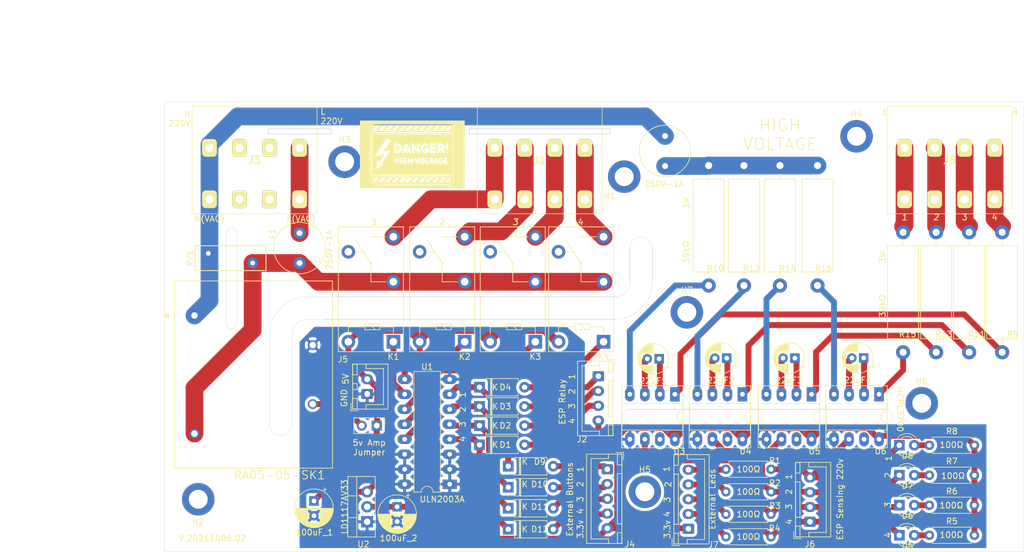
<source format=kicad_pcb>
(kicad_pcb (version 20171130) (host pcbnew "(5.1.6)-1")
  (layers (0 F.Cu signal) (31 B.Cu signal) (34 B.Paste user hide) (35 F.Paste user hide) (36 B.SilkS user hide) (37 F.SilkS user) (38 B.Mask user hide) (39 F.Mask user hide) (44 Edge.Cuts user))
  (net 0 "")
  (net 1 "220VAC(L)")
  (net 2 "220VAC(N)")
  (net 3 5V+)
  (net 4 3.3V+)
  (net 5 Sens4)
  (net 6 Sens3)
  (net 7 Sens2)
  (net 8 Sens1)
  (net 9 REO4)
  (net 10 REO3)
  (net 11 REO2)
  (net 12 REO1)
  (net 13 "Net-(22uF1-Pad2)")
  (net 14 "Net-(22uF1-Pad1)")
  (net 15 "Net-(22uF2-Pad2)")
  (net 16 "Net-(22uF2-Pad1)")
  (net 17 "Net-(22uF3-Pad2)")
  (net 18 "Net-(22uF3-Pad1)")
  (net 19 "Net-(22uF4-Pad2)")
  (net 20 "Net-(22uF4-Pad1)")
  (net 21 "GND(5V)")
  (net 22 REI1)
  (net 23 REI2)
  (net 24 REI3)
  (net 25 REI4)
  (net 26 "Net-(F1-Pad1)")
  (net 27 "Net-(R10-Pad2)")
  (net 28 EspSens1)
  (net 29 EspSens2)
  (net 30 EspSens3)
  (net 31 EspSens4)
  (net 32 EspRel1)
  (net 33 EspRel2)
  (net 34 EspRel3)
  (net 35 EspRel4)
  (net 36 "Net-(J7-Pad5)")
  (net 37 "Net-(J7-Pad4)")
  (net 38 "Net-(J7-Pad3)")
  (net 39 "Net-(J7-Pad2)")
  (net 40 "Net-(R9-Pad2)")
  (net 41 "Net-(D5-Pad2)")
  (net 42 "Net-(D6-Pad2)")
  (net 43 "Net-(D7-Pad2)")
  (net 44 "Net-(D8-Pad2)")
  (net 45 "Net-(R15-Pad2)")
  (net 46 "Net-(R16-Pad2)")
  (net 47 "Net-(R11-Pad1)")
  (net 48 "Net-(R12-Pad1)")
  (net 49 "Net-(R13-Pad2)")
  (net 50 "Net-(R14-Pad2)")
  (net 51 "Net-(D1-Pad2)")
  (net 52 "Net-(D2-Pad2)")
  (net 53 "Net-(D3-Pad2)")
  (net 54 "Net-(D4-Pad2)")
  (net 55 "Net-(D9-Pad2)")
  (net 56 "Net-(D10-Pad2)")
  (net 57 "Net-(D11-Pad2)")
  (net 58 "Net-(D12-Pad2)")
  (net 59 "Net-(H1-Pad1)")
  (net 60 "Net-(H2-Pad1)")
  (net 61 "Net-(H3-Pad1)")
  (net 62 "Net-(H4-Pad1)")
  (net 63 "Net-(H5-Pad1)")
  (net 64 "Net-(H6-Pad1)")
  (net 65 "Net-(J3-Pad3)")
  (net 66 "Net-(J3-Pad4)")
  (net 67 "Net-(J3-Pad5)")
  (net 68 "Net-(J3-Pad6)")
  (net 69 "Net-(K1-Pad4)")
  (net 70 "Net-(K2-Pad4)")
  (net 71 "Net-(K3-Pad4)")
  (net 72 "Net-(K4-Pad4)")
  (net 73 "Net-(U3-Pad7)")
  (net 74 "Net-(U4-Pad7)")
  (net 75 "Net-(U5-Pad7)")
  (net 76 "Net-(U6-Pad7)")
  (net 77 "Net-(H7-Pad1)")
  (net 78 "Net-(J9-Pad2)")
  (net 79 "Net-(F2-Pad1)")
  (module Resistor_THT:R_Axial_DIN0516_L15.5mm_D5.0mm_P20.32mm_Horizontal (layer F.Cu) (at 119.634 42.545 90)
    (fp_text reference R12 (at 2.921 1.27 180) (layer F.SilkS))
    (fp_text value 39k2w)
    (pad 2 thru_hole oval (at 20.32 0 90) (size 2.4 2.4) (drill 1.2) (layers *.Cu *.Mask) (net 2 "220VAC(N)"))
    (pad 1 thru_hole circle (at 0 0 90) (size 2.4 2.4) (drill 1.2) (layers *.Cu *.Mask) (net 48 "Net-(R12-Pad1)"))
  )
  (module Resistor_THT:R_Axial_DIN0516_L15.5mm_D5.0mm_P20.32mm_Horizontal (layer F.Cu) (at 113.665 22.225 270)
    (fp_text reference R10 (at 17.399 -1.143 180) (layer F.SilkS))
    (fp_text value 39k2w)
    (pad 2 thru_hole oval (at 20.32 0 270) (size 2.4 2.4) (drill 1.2) (layers *.Cu *.Mask) (net 27 "Net-(R10-Pad2)"))
    (pad 1 thru_hole circle (at 0 0 270) (size 2.4 2.4) (drill 1.2) (layers *.Cu *.Mask) (net 2 "220VAC(N)"))
  )
  (module Resistor_THT:R_Axial_DIN0516_L15.5mm_D5.0mm_P20.32mm_Horizontal (layer F.Cu) (at 132.08 22.225 270)
    (fp_text reference R16 (at 17.399 -1.016 180) (layer F.SilkS))
    (fp_text value 39k2w)
    (pad 2 thru_hole oval (at 20.32 0 270) (size 2.4 2.4) (drill 1.2) (layers *.Cu *.Mask) (net 46 "Net-(R16-Pad2)"))
    (pad 1 thru_hole circle (at 0 0 270) (size 2.4 2.4) (drill 1.2) (layers *.Cu *.Mask) (net 2 "220VAC(N)"))
  )
  (module Resistor_THT:R_Axial_DIN0516_L15.5mm_D5.0mm_P20.32mm_Horizontal (layer F.Cu) (at 125.73 22.225 270)
    (fp_text reference R14 (at 17.399 -1.27 180) (layer F.SilkS))
    (fp_text value 39k2w)
    (pad 2 thru_hole oval (at 20.32 0 270) (size 2.4 2.4) (drill 1.2) (layers *.Cu *.Mask) (net 50 "Net-(R14-Pad2)"))
    (pad 1 thru_hole circle (at 0 0 270) (size 2.4 2.4) (drill 1.2) (layers *.Cu *.Mask) (net 2 "220VAC(N)"))
  )
  (module Fuse:Fuse_Littelfuse_372_D8.50mm (layer F.Cu) (at 106.28884 17.22374 270)
    (fp_text reference 250V-1A (at 8.13308 0.18288 180) (layer F.SilkS))
    (fp_text value F250V)
    (pad 2 thru_hole circle (at 5.08 0 270) (size 2 2) (drill 1) (layers *.Cu *.Mask) (net 2 "220VAC(N)"))
    (pad 1 thru_hole circle (at 0 0 270) (size 2 2) (drill 1) (layers *.Cu *.Mask) (net 79 "Net-(F2-Pad1)"))
  )
  (module Capacitor_THT:CP_Radial_D5.0mm_P2.00mm (layer F.Cu) (at 139.89812 54.81066 180)
    (fp_text reference 22uF4 (at 1 -3.75) (layer F.SilkS))
    (fp_text value CP_Small)
    (pad 2 thru_hole circle (at 2 0 180) (size 1.6 1.6) (drill 0.8) (layers *.Cu *.Mask) (net 19 "Net-(22uF4-Pad2)"))
    (pad 1 thru_hole rect (at 0 0 180) (size 1.6 1.6) (drill 0.8) (layers *.Cu *.Mask) (net 20 "Net-(22uF4-Pad1)"))
  )
  (module Capacitor_THT:CP_Radial_D5.0mm_P2.00mm (layer F.Cu) (at 128.2573 54.84368 180)
    (fp_text reference 22uF3 (at 1 -3.75) (layer F.SilkS))
    (fp_text value CP_Small)
    (pad 2 thru_hole circle (at 2 0 180) (size 1.6 1.6) (drill 0.8) (layers *.Cu *.Mask) (net 17 "Net-(22uF3-Pad2)"))
    (pad 1 thru_hole rect (at 0 0 180) (size 1.6 1.6) (drill 0.8) (layers *.Cu *.Mask) (net 18 "Net-(22uF3-Pad1)"))
  )
  (module Capacitor_THT:CP_Radial_D5.0mm_P2.00mm (layer F.Cu) (at 116.713 54.84368 180)
    (fp_text reference 22uF2 (at 1 -3.75) (layer F.SilkS))
    (fp_text value CP_Small)
    (pad 2 thru_hole circle (at 2 0 180) (size 1.6 1.6) (drill 0.8) (layers *.Cu *.Mask) (net 15 "Net-(22uF2-Pad2)"))
    (pad 1 thru_hole rect (at 0 0 180) (size 1.6 1.6) (drill 0.8) (layers *.Cu *.Mask) (net 16 "Net-(22uF2-Pad1)"))
  )
  (module Capacitor_THT:CP_Radial_D5.0mm_P2.00mm (layer F.Cu) (at 105.28656 54.94528 180)
    (fp_text reference 22uF1 (at 1 -3.75) (layer F.SilkS))
    (fp_text value CP_Small)
    (pad 2 thru_hole circle (at 2 0 180) (size 1.6 1.6) (drill 0.8) (layers *.Cu *.Mask) (net 13 "Net-(22uF1-Pad2)"))
    (pad 1 thru_hole rect (at 0 0 180) (size 1.6 1.6) (drill 0.8) (layers *.Cu *.Mask) (net 14 "Net-(22uF1-Pad1)"))
  )
  (module 1017505_updated_pretty:1017505_pretty (layer F.Cu) (at 162.052 27.94 180)
    (fp_text reference J8 (at 7.62 6.65) (layer F.SilkS) (effects (font (size 1.27 1.27) (thickness 0.254))))
    (fp_text value 1017505 hide)
    (pad 1 thru_hole roundrect (at 0 0 270) (size 3 2.5) (drill 1.4) (layers *.Cu *.Mask F.SilkS) (net 5 Sens4))
    (pad 2 thru_hole roundrect (at 0 8.7 270) (size 3 2.5) (drill 1.4) (layers *.Cu *.Mask F.SilkS) (net 5 Sens4))
    (pad 3 thru_hole roundrect (at 5.08 0 270) (size 3 2.5) (drill 1.4) (layers *.Cu *.Mask F.SilkS) (net 6 Sens3))
    (pad 4 thru_hole roundrect (at 5.08 8.7 270) (size 3 2.5) (drill 1.4) (layers *.Cu *.Mask F.SilkS) (net 6 Sens3))
    (pad 5 thru_hole roundrect (at 10.16 0 270) (size 3 2.5) (drill 1.4) (layers *.Cu *.Mask F.SilkS) (net 8 Sens1))
    (pad 6 thru_hole roundrect (at 10.16 8.7 270) (size 3 2.5) (drill 1.4) (layers *.Cu *.Mask F.SilkS) (net 8 Sens1))
    (pad 7 thru_hole roundrect (at 15.24 0 270) (size 3 2.5) (drill 1.4) (layers *.Cu *.Mask F.SilkS) (net 7 Sens2))
    (pad 8 thru_hole roundrect (at 15.24 8.7 270) (size 3 2.5) (drill 1.4) (layers *.Cu *.Mask F.SilkS) (net 7 Sens2))
  )
  (module 1017505_updated_pretty:1017505_pretty (layer F.Cu) (at 44.45 27.94 180)
    (fp_text reference J3 (at 7.62 6.65) (layer F.SilkS) (effects (font (size 1.27 1.27) (thickness 0.254))))
    (fp_text value 1017505 hide)
    (pad 1 thru_hole roundrect (at 0 0 270) (size 3 2.5) (drill 1.4) (layers *.Cu *.Mask F.SilkS) (net 26 "Net-(F1-Pad1)"))
    (pad 2 thru_hole roundrect (at 0 8.7 270) (size 3 2.5) (drill 1.4) (layers *.Cu *.Mask F.SilkS) (net 26 "Net-(F1-Pad1)"))
    (pad 3 thru_hole roundrect (at 5.08 0 270) (size 3 2.5) (drill 1.4) (layers *.Cu *.Mask F.SilkS) (net 65 "Net-(J3-Pad3)"))
    (pad 4 thru_hole roundrect (at 5.08 8.7 270) (size 3 2.5) (drill 1.4) (layers *.Cu *.Mask F.SilkS) (net 66 "Net-(J3-Pad4)"))
    (pad 5 thru_hole roundrect (at 10.16 0 270) (size 3 2.5) (drill 1.4) (layers *.Cu *.Mask F.SilkS) (net 67 "Net-(J3-Pad5)"))
    (pad 6 thru_hole roundrect (at 10.16 8.7 270) (size 3 2.5) (drill 1.4) (layers *.Cu *.Mask F.SilkS) (net 68 "Net-(J3-Pad6)"))
    (pad 7 thru_hole roundrect (at 15.24 0 270) (size 3 2.5) (drill 1.4) (layers *.Cu *.Mask F.SilkS) (net 79 "Net-(F2-Pad1)"))
    (pad 8 thru_hole roundrect (at 15.24 8.7 270) (size 3 2.5) (drill 1.4) (layers *.Cu *.Mask F.SilkS) (net 79 "Net-(F2-Pad1)"))
  )
  (module 1017505_updated_pretty:1017505_pretty (layer F.Cu) (at 92.71 27.94 180)
    (fp_text reference J1 (at 7.62 6.65) (layer F.SilkS) (effects (font (size 1.27 1.27) (thickness 0.254))))
    (fp_text value 1017505 hide)
    (pad 1 thru_hole roundrect (at 0 0 270) (size 3 2.5) (drill 1.4) (layers *.Cu *.Mask F.SilkS) (net 9 REO4))
    (pad 2 thru_hole roundrect (at 0 8.7 270) (size 3 2.5) (drill 1.4) (layers *.Cu *.Mask F.SilkS) (net 9 REO4))
    (pad 3 thru_hole roundrect (at 5.08 0 270) (size 3 2.5) (drill 1.4) (layers *.Cu *.Mask F.SilkS) (net 10 REO3))
    (pad 4 thru_hole roundrect (at 5.08 8.7 270) (size 3 2.5) (drill 1.4) (layers *.Cu *.Mask F.SilkS) (net 10 REO3))
    (pad 5 thru_hole roundrect (at 10.16 0 270) (size 3 2.5) (drill 1.4) (layers *.Cu *.Mask F.SilkS) (net 11 REO2))
    (pad 6 thru_hole roundrect (at 10.16 8.7 270) (size 3 2.5) (drill 1.4) (layers *.Cu *.Mask F.SilkS) (net 11 REO2))
    (pad 7 thru_hole roundrect (at 15.24 0 270) (size 3 2.5) (drill 1.4) (layers *.Cu *.Mask F.SilkS) (net 12 REO1))
    (pad 8 thru_hole roundrect (at 15.24 8.7 270) (size 3 2.5) (drill 1.4) (layers *.Cu *.Mask F.SilkS) (net 12 REO1))
  )
  (module Connector_PinHeader_2.54mm:PinHeader_1x02_P2.54mm_Vertical (layer F.Cu) (at 57.5056 66.27114 270)
    (fp_text reference J9 hide)
    (fp_text value "Current Jumper" hide)
    (pad 2 thru_hole oval (at 0 2.54 270) (size 1.7 1.7) (drill 1) (layers *.Cu *.Mask) (net 78 "Net-(J9-Pad2)"))
    (pad 1 thru_hole rect (at 0 0 270) (size 1.7 1.7) (drill 1) (layers *.Cu *.Mask) (net 3 5V+))
  )
  (module MountingHole:MountingHole_3.2mm_M3_ISO14580_Pad (layer F.Cu) (at 109.97692 47.0789)
    (fp_text reference H7 (at 0 -3.75) (layer F.SilkS))
    (fp_text value MountingHole_Pad)
    (pad 1 thru_hole circle (at 0 0) (size 5.5 5.5) (drill 3.2) (layers *.Cu *.Mask) (net 77 "Net-(H7-Pad1)"))
  )
  (module Capacitor_THT:CP_Radial_D6.3mm_P2.50mm (layer F.Cu) (at 60.96 80.01 270)
    (fp_text reference 100uF_2 (at 5.31368 -0.23876 180) (layer F.SilkS))
    (fp_text value 100uF)
    (pad 2 thru_hole circle (at 2.5 0 270) (size 1.6 1.6) (drill 0.8) (layers *.Cu *.Mask) (net 21 "GND(5V)"))
    (pad 1 thru_hole rect (at 0 0 270) (size 1.6 1.6) (drill 0.8) (layers *.Cu *.Mask) (net 4 3.3V+))
  )
  (module Capacitor_THT:CP_Radial_D6.3mm_P2.50mm (layer F.Cu) (at 46.8884 79.02448 270)
    (fp_text reference 100uF_1 (at 5.31622 -0.05588 180) (layer F.SilkS))
    (fp_text value 100uF)
    (pad 2 thru_hole circle (at 2.5 0 270) (size 1.6 1.6) (drill 0.8) (layers *.Cu *.Mask) (net 21 "GND(5V)"))
    (pad 1 thru_hole rect (at 0 0 270) (size 1.6 1.6) (drill 0.8) (layers *.Cu *.Mask) (net 3 5V+))
  )
  (module icons:danger1_negative (layer F.Cu) (at 63.5 20.32)
    (fp_text reference G*** hide)
    (fp_text value LOGO hide)
  )
  (module Diode_THT:D_A-405_P7.62mm_Horizontal (layer F.Cu) (at 79.756 83.82)
    (fp_text reference D12 (at 5.334 0) (layer F.SilkS))
    (fp_text value D)
    (fp_text user K (at 2.794 0) (layer F.SilkS))
    (pad 2 thru_hole oval (at 7.62 0) (size 1.8 1.8) (drill 0.9) (layers *.Cu *.Mask) (net 58 "Net-(D12-Pad2)"))
    (pad 1 thru_hole rect (at 0 0) (size 1.8 1.8) (drill 0.9) (layers *.Cu *.Mask) (net 32 EspRel1))
  )
  (module Diode_THT:D_A-405_P7.62mm_Horizontal (layer F.Cu) (at 79.756 80.264)
    (fp_text reference D11 (at 5.334 -0.254) (layer F.SilkS))
    (fp_text value D)
    (fp_text user K (at 2.794 -0.254) (layer F.SilkS))
    (pad 2 thru_hole oval (at 7.62 0) (size 1.8 1.8) (drill 0.9) (layers *.Cu *.Mask) (net 57 "Net-(D11-Pad2)"))
    (pad 1 thru_hole rect (at 0 0) (size 1.8 1.8) (drill 0.9) (layers *.Cu *.Mask) (net 33 EspRel2))
  )
  (module Diode_THT:D_A-405_P7.62mm_Horizontal (layer F.Cu) (at 79.756 76.708)
    (fp_text reference D10 (at 5.334 -0.508) (layer F.SilkS))
    (fp_text value D)
    (fp_text user K (at 2.794 -0.508) (layer F.SilkS))
    (pad 2 thru_hole oval (at 7.62 0) (size 1.8 1.8) (drill 0.9) (layers *.Cu *.Mask) (net 56 "Net-(D10-Pad2)"))
    (pad 1 thru_hole rect (at 0 0) (size 1.8 1.8) (drill 0.9) (layers *.Cu *.Mask) (net 34 EspRel3))
  )
  (module Diode_THT:D_A-405_P7.62mm_Horizontal (layer F.Cu) (at 79.756 73.152)
    (fp_text reference D9 (at 5.334 -0.762) (layer F.SilkS))
    (fp_text value D)
    (fp_text user K (at 2.794 -0.762) (layer F.SilkS))
    (pad 2 thru_hole oval (at 7.62 0) (size 1.8 1.8) (drill 0.9) (layers *.Cu *.Mask) (net 55 "Net-(D9-Pad2)"))
    (pad 1 thru_hole rect (at 0 0) (size 1.8 1.8) (drill 0.9) (layers *.Cu *.Mask) (net 35 EspRel4))
  )
  (module Diode_THT:D_A-405_P7.62mm_Horizontal (layer F.Cu) (at 74.894 59.77)
    (fp_text reference D4 (at 4.37 0) (layer F.SilkS))
    (fp_text value D)
    (fp_text user K (at 2.62 0) (layer F.SilkS))
    (pad 2 thru_hole oval (at 7.62 0) (size 1.8 1.8) (drill 0.9) (layers *.Cu *.Mask) (net 54 "Net-(D4-Pad2)"))
    (pad 1 thru_hole rect (at 0 0) (size 1.8 1.8) (drill 0.9) (layers *.Cu *.Mask) (net 35 EspRel4))
  )
  (module Diode_THT:D_A-405_P7.62mm_Horizontal (layer F.Cu) (at 74.894 63.02)
    (fp_text reference D3 (at 4.37 0) (layer F.SilkS))
    (fp_text value D)
    (fp_text user K (at 2.62 0) (layer F.SilkS))
    (pad 2 thru_hole oval (at 7.62 0) (size 1.8 1.8) (drill 0.9) (layers *.Cu *.Mask) (net 53 "Net-(D3-Pad2)"))
    (pad 1 thru_hole rect (at 0 0) (size 1.8 1.8) (drill 0.9) (layers *.Cu *.Mask) (net 34 EspRel3))
  )
  (module Diode_THT:D_A-405_P7.62mm_Horizontal (layer F.Cu) (at 74.894 66.27)
    (fp_text reference D2 (at 4.37 0) (layer F.SilkS))
    (fp_text value D)
    (fp_text user K (at 2.62 0) (layer F.SilkS))
    (pad 2 thru_hole oval (at 7.62 0) (size 1.8 1.8) (drill 0.9) (layers *.Cu *.Mask) (net 52 "Net-(D2-Pad2)"))
    (pad 1 thru_hole rect (at 0 0) (size 1.8 1.8) (drill 0.9) (layers *.Cu *.Mask) (net 33 EspRel2))
  )
  (module Diode_THT:D_A-405_P7.62mm_Horizontal (layer F.Cu) (at 74.894 69.52)
    (fp_text reference D1 (at 4.37 0) (layer F.SilkS))
    (fp_text value D)
    (fp_text user K (at 2.62 0) (layer F.SilkS))
    (pad 2 thru_hole oval (at 7.62 0) (size 1.8 1.8) (drill 0.9) (layers *.Cu *.Mask) (net 51 "Net-(D1-Pad2)"))
    (pad 1 thru_hole rect (at 0 0) (size 1.8 1.8) (drill 0.9) (layers *.Cu *.Mask) (net 32 EspRel1))
  )
  (module Varistor:RV_Disc_D12mm_W4.2mm_P7.5mm (layer F.Cu) (at 29.01 37.09667)
    (fp_text reference RV1 (at -3.09 0.86333 90) (layer F.SilkS))
    (fp_text value Varistor250v)
    (pad 2 thru_hole circle (at 7.5 1.63333) (size 1.8 1.8) (drill 0.8) (layers *.Cu *.Mask) (net 1 "220VAC(L)"))
    (pad 1 thru_hole circle (at 0 0) (size 1.8 1.8) (drill 0.8) (layers *.Cu *.Mask) (net 79 "Net-(F2-Pad1)"))
  )
  (module MountingHole:MountingHole_3.2mm_M3_ISO14580_Pad (layer F.Cu) (at 52.07 21.59)
    (fp_text reference H3 (at 0 -3.75) (layer F.SilkS))
    (fp_text value MountingHole_Pad)
    (pad 1 thru_hole circle (at 0 0) (size 5.5 5.5) (drill 3.2) (layers *.Cu *.Mask) (net 61 "Net-(H3-Pad1)"))
  )
  (module Relay_THT:Relay_SPDT_Omron-G5Q-1 (layer F.Cu) (at 84.328 52.07 90)
    (fp_text reference K3 (at -2.54 0) (layer F.SilkS))
    (fp_text value G5Q-1)
    (pad 1 thru_hole rect (at 0 0 270) (size 2.3 2.3) (drill 1.3) (layers *.Cu *.Mask) (net 24 REI3))
    (pad 2 thru_hole circle (at 10.16 0 270) (size 2.3 2.3) (drill 1.3) (layers *.Cu *.Mask) (net 1 "220VAC(L)"))
    (pad 3 thru_hole circle (at 17.78 0 270) (size 2.3 2.3) (drill 1.3) (layers *.Cu *.Mask) (net 10 REO3))
    (pad 4 thru_hole circle (at 15.24 -7.62 270) (size 2.3 2.3) (drill 1.3) (layers *.Cu *.Mask) (net 71 "Net-(K3-Pad4)"))
    (pad 5 thru_hole circle (at 0 -7.62 270) (size 2.3 2.3) (drill 1.3) (layers *.Cu *.Mask) (net 3 5V+))
  )
  (module Package_DIP:DIP-16_W7.62mm_LongPads (layer F.Cu) (at 69.85 76.2 180)
    (fp_text reference U1 (at 3.81 19.9) (layer F.SilkS))
    (fp_text value ULN2003A)
    (pad 1 thru_hole rect (at 0 0 180) (size 2.4 1.6) (drill 0.8) (layers *.Cu *.Mask) (net 21 "GND(5V)"))
    (pad 9 thru_hole oval (at 7.62 17.78 180) (size 2.4 1.6) (drill 0.8) (layers *.Cu *.Mask) (net 3 5V+))
    (pad 2 thru_hole oval (at 0 2.54 180) (size 2.4 1.6) (drill 0.8) (layers *.Cu *.Mask) (net 21 "GND(5V)"))
    (pad 10 thru_hole oval (at 7.62 15.24 180) (size 2.4 1.6) (drill 0.8) (layers *.Cu *.Mask) (net 22 REI1))
    (pad 3 thru_hole oval (at 0 5.08 180) (size 2.4 1.6) (drill 0.8) (layers *.Cu *.Mask) (net 21 "GND(5V)"))
    (pad 11 thru_hole oval (at 7.62 12.7 180) (size 2.4 1.6) (drill 0.8) (layers *.Cu *.Mask) (net 23 REI2))
    (pad 4 thru_hole oval (at 0 7.62 180) (size 2.4 1.6) (drill 0.8) (layers *.Cu *.Mask) (net 32 EspRel1))
    (pad 12 thru_hole oval (at 7.62 10.16 180) (size 2.4 1.6) (drill 0.8) (layers *.Cu *.Mask) (net 24 REI3))
    (pad 5 thru_hole oval (at 0 10.16 180) (size 2.4 1.6) (drill 0.8) (layers *.Cu *.Mask) (net 33 EspRel2))
    (pad 13 thru_hole oval (at 7.62 7.62 180) (size 2.4 1.6) (drill 0.8) (layers *.Cu *.Mask) (net 25 REI4))
    (pad 6 thru_hole oval (at 0 12.7 180) (size 2.4 1.6) (drill 0.8) (layers *.Cu *.Mask) (net 34 EspRel3))
    (pad 14 thru_hole oval (at 7.62 5.08 180) (size 2.4 1.6) (drill 0.8) (layers *.Cu *.Mask) (net 21 "GND(5V)"))
    (pad 7 thru_hole oval (at 0 15.24 180) (size 2.4 1.6) (drill 0.8) (layers *.Cu *.Mask) (net 35 EspRel4))
    (pad 15 thru_hole oval (at 7.62 2.54 180) (size 2.4 1.6) (drill 0.8) (layers *.Cu *.Mask) (net 21 "GND(5V)"))
    (pad 8 thru_hole oval (at 0 17.78 180) (size 2.4 1.6) (drill 0.8) (layers *.Cu *.Mask) (net 21 "GND(5V)"))
    (pad 16 thru_hole oval (at 7.62 0 180) (size 2.4 1.6) (drill 0.8) (layers *.Cu *.Mask) (net 21 "GND(5V)"))
  )
  (module Connector_JST:JST_XH_B4B-XH-A_1x04_P2.50mm_Vertical (layer F.Cu) (at 94.996 57.912 270)
    (fp_text reference J2 (at 10.668 2.75 180) (layer F.SilkS))
    (fp_text value Conn-ESP-Relays)
    (pad 4 thru_hole oval (at 7.5 0 270) (size 1.7 1.95) (drill 0.95) (layers *.Cu *.Mask) (net 51 "Net-(D1-Pad2)"))
    (pad 3 thru_hole oval (at 5 0 270) (size 1.7 1.95) (drill 0.95) (layers *.Cu *.Mask) (net 52 "Net-(D2-Pad2)"))
    (pad 2 thru_hole oval (at 2.5 0 270) (size 1.7 1.95) (drill 0.95) (layers *.Cu *.Mask) (net 53 "Net-(D3-Pad2)"))
    (pad 1 thru_hole roundrect (at 0 0 270) (size 1.7 1.95) (drill 0.95) (layers *.Cu *.Mask) (roundrect_rratio 0.147059) (net 54 "Net-(D4-Pad2)"))
  )
  (module Connector_JST:JST_XH_B5B-XH-A_1x05_P2.50mm_Vertical (layer F.Cu) (at 110.236 83.74 90)
    (fp_text reference J7 (at -2.7216 4.24942 180) (layer F.SilkS))
    (fp_text value Conn-LedIndicators)
    (pad 5 thru_hole oval (at 10 0 90) (size 1.7 1.95) (drill 0.95) (layers *.Cu *.Mask) (net 36 "Net-(J7-Pad5)"))
    (pad 4 thru_hole oval (at 7.5 0 90) (size 1.7 1.95) (drill 0.95) (layers *.Cu *.Mask) (net 37 "Net-(J7-Pad4)"))
    (pad 3 thru_hole oval (at 5 0 90) (size 1.7 1.95) (drill 0.95) (layers *.Cu *.Mask) (net 38 "Net-(J7-Pad3)"))
    (pad 2 thru_hole oval (at 2.5 0 90) (size 1.7 1.95) (drill 0.95) (layers *.Cu *.Mask) (net 39 "Net-(J7-Pad2)"))
    (pad 1 thru_hole roundrect (at 0 0 90) (size 1.7 1.95) (drill 0.95) (layers *.Cu *.Mask) (roundrect_rratio 0.147059) (net 4 3.3V+))
  )
  (module Package_DIP:DIP-8_W7.62mm_Socket_LongPads (layer F.Cu) (at 119.38 60.96 270)
    (fp_text reference U4 (at 9.652 -0.508 180) (layer F.SilkS))
    (fp_text value HCPL3700)
    (pad 1 thru_hole rect (at 0 0 270) (size 2.4 1.6) (drill 0.8) (layers *.Cu *.Mask) (net 47 "Net-(R11-Pad1)"))
    (pad 5 thru_hole oval (at 7.62 7.62 270) (size 2.4 1.6) (drill 0.8) (layers *.Cu *.Mask) (net 21 "GND(5V)"))
    (pad 2 thru_hole oval (at 0 2.54 270) (size 2.4 1.6) (drill 0.8) (layers *.Cu *.Mask) (net 16 "Net-(22uF2-Pad1)"))
    (pad 6 thru_hole oval (at 7.62 5.08 270) (size 2.4 1.6) (drill 0.8) (layers *.Cu *.Mask) (net 30 EspSens3))
    (pad 3 thru_hole oval (at 0 5.08 270) (size 2.4 1.6) (drill 0.8) (layers *.Cu *.Mask) (net 15 "Net-(22uF2-Pad2)"))
    (pad 7 thru_hole oval (at 7.62 2.54 270) (size 2.4 1.6) (drill 0.8) (layers *.Cu *.Mask) (net 74 "Net-(U4-Pad7)"))
    (pad 4 thru_hole oval (at 0 7.62 270) (size 2.4 1.6) (drill 0.8) (layers *.Cu *.Mask) (net 48 "Net-(R12-Pad1)"))
    (pad 8 thru_hole oval (at 7.62 0 270) (size 2.4 1.6) (drill 0.8) (layers *.Cu *.Mask) (net 4 3.3V+))
  )
  (module Package_DIP:DIP-8_W7.62mm_Socket_LongPads (layer F.Cu) (at 142.494 60.96 270)
    (fp_text reference U6 (at 9.652 -0.254 180) (layer F.SilkS))
    (fp_text value HCPL3700)
    (pad 1 thru_hole rect (at 0 0 270) (size 2.4 1.6) (drill 0.8) (layers *.Cu *.Mask) (net 45 "Net-(R15-Pad2)"))
    (pad 5 thru_hole oval (at 7.62 7.62 270) (size 2.4 1.6) (drill 0.8) (layers *.Cu *.Mask) (net 21 "GND(5V)"))
    (pad 2 thru_hole oval (at 0 2.54 270) (size 2.4 1.6) (drill 0.8) (layers *.Cu *.Mask) (net 20 "Net-(22uF4-Pad1)"))
    (pad 6 thru_hole oval (at 7.62 5.08 270) (size 2.4 1.6) (drill 0.8) (layers *.Cu *.Mask) (net 28 EspSens1))
    (pad 3 thru_hole oval (at 0 5.08 270) (size 2.4 1.6) (drill 0.8) (layers *.Cu *.Mask) (net 19 "Net-(22uF4-Pad2)"))
    (pad 7 thru_hole oval (at 7.62 2.54 270) (size 2.4 1.6) (drill 0.8) (layers *.Cu *.Mask) (net 76 "Net-(U6-Pad7)"))
    (pad 4 thru_hole oval (at 0 7.62 270) (size 2.4 1.6) (drill 0.8) (layers *.Cu *.Mask) (net 46 "Net-(R16-Pad2)"))
    (pad 8 thru_hole oval (at 7.62 0 270) (size 2.4 1.6) (drill 0.8) (layers *.Cu *.Mask) (net 4 3.3V+))
  )
  (module Package_DIP:DIP-8_W7.62mm_Socket_LongPads (layer F.Cu) (at 131.064 60.96 270)
    (fp_text reference U5 (at 9.652 -0.508 180) (layer F.SilkS))
    (fp_text value HCPL3700)
    (pad 1 thru_hole rect (at 0 0 270) (size 2.4 1.6) (drill 0.8) (layers *.Cu *.Mask) (net 49 "Net-(R13-Pad2)"))
    (pad 5 thru_hole oval (at 7.62 7.62 270) (size 2.4 1.6) (drill 0.8) (layers *.Cu *.Mask) (net 21 "GND(5V)"))
    (pad 2 thru_hole oval (at 0 2.54 270) (size 2.4 1.6) (drill 0.8) (layers *.Cu *.Mask) (net 18 "Net-(22uF3-Pad1)"))
    (pad 6 thru_hole oval (at 7.62 5.08 270) (size 2.4 1.6) (drill 0.8) (layers *.Cu *.Mask) (net 29 EspSens2))
    (pad 3 thru_hole oval (at 0 5.08 270) (size 2.4 1.6) (drill 0.8) (layers *.Cu *.Mask) (net 17 "Net-(22uF3-Pad2)"))
    (pad 7 thru_hole oval (at 7.62 2.54 270) (size 2.4 1.6) (drill 0.8) (layers *.Cu *.Mask) (net 75 "Net-(U5-Pad7)"))
    (pad 4 thru_hole oval (at 0 7.62 270) (size 2.4 1.6) (drill 0.8) (layers *.Cu *.Mask) (net 50 "Net-(R14-Pad2)"))
    (pad 8 thru_hole oval (at 7.62 0 270) (size 2.4 1.6) (drill 0.8) (layers *.Cu *.Mask) (net 4 3.3V+))
  )
  (module Package_DIP:DIP-8_W7.62mm_Socket_LongPads (layer F.Cu) (at 107.95 60.96 270)
    (fp_text reference U3 (at 9.652 -0.762 180) (layer F.SilkS))
    (fp_text value HCPL3700)
    (pad 1 thru_hole rect (at 0 0 270) (size 2.4 1.6) (drill 0.8) (layers *.Cu *.Mask) (net 40 "Net-(R9-Pad2)"))
    (pad 5 thru_hole oval (at 7.62 7.62 270) (size 2.4 1.6) (drill 0.8) (layers *.Cu *.Mask) (net 21 "GND(5V)"))
    (pad 2 thru_hole oval (at 0 2.54 270) (size 2.4 1.6) (drill 0.8) (layers *.Cu *.Mask) (net 14 "Net-(22uF1-Pad1)"))
    (pad 6 thru_hole oval (at 7.62 5.08 270) (size 2.4 1.6) (drill 0.8) (layers *.Cu *.Mask) (net 31 EspSens4))
    (pad 3 thru_hole oval (at 0 5.08 270) (size 2.4 1.6) (drill 0.8) (layers *.Cu *.Mask) (net 13 "Net-(22uF1-Pad2)"))
    (pad 7 thru_hole oval (at 7.62 2.54 270) (size 2.4 1.6) (drill 0.8) (layers *.Cu *.Mask) (net 73 "Net-(U3-Pad7)"))
    (pad 4 thru_hole oval (at 0 7.62 270) (size 2.4 1.6) (drill 0.8) (layers *.Cu *.Mask) (net 27 "Net-(R10-Pad2)"))
    (pad 8 thru_hole oval (at 7.62 0 270) (size 2.4 1.6) (drill 0.8) (layers *.Cu *.Mask) (net 4 3.3V+))
  )
  (module Package_TO_SOT_THT:TO-220-3_Vertical (layer F.Cu) (at 55.88 82.55 90)
    (fp_text reference U2 (at -3.81 -0.635 180) (layer F.SilkS))
    (fp_text value LD1117S33TR_SOT223)
    (pad 3 thru_hole oval (at 5.08 0 90) (size 1.905 2) (drill 1.1) (layers *.Cu *.Mask) (net 3 5V+))
    (pad 2 thru_hole oval (at 2.54 0 90) (size 1.905 2) (drill 1.1) (layers *.Cu *.Mask) (net 4 3.3V+))
    (pad 1 thru_hole rect (at 0 0 90) (size 1.905 2) (drill 1.1) (layers *.Cu *.Mask) (net 21 "GND(5V)"))
  )
  (module Resistor_THT:R_Axial_DIN0207_L6.3mm_D2.5mm_P7.62mm_Horizontal (layer F.Cu) (at 151.003 84.836)
    (fp_text reference R5 (at 3.81 -2.37) (layer F.SilkS))
    (fp_text value 100)
    (pad 2 thru_hole oval (at 7.62 0) (size 1.6 1.6) (drill 0.8) (layers *.Cu *.Mask) (net 4 3.3V+))
    (pad 1 thru_hole circle (at 0 0) (size 1.6 1.6) (drill 0.8) (layers *.Cu *.Mask) (net 41 "Net-(D5-Pad2)"))
  )
  (module Resistor_THT:R_Axial_DIN0207_L6.3mm_D2.5mm_P7.62mm_Horizontal (layer F.Cu) (at 151.003 79.756)
    (fp_text reference R6 (at 3.81 -2.37) (layer F.SilkS))
    (fp_text value 100)
    (pad 2 thru_hole oval (at 7.62 0) (size 1.6 1.6) (drill 0.8) (layers *.Cu *.Mask) (net 4 3.3V+))
    (pad 1 thru_hole circle (at 0 0) (size 1.6 1.6) (drill 0.8) (layers *.Cu *.Mask) (net 42 "Net-(D6-Pad2)"))
  )
  (module Resistor_THT:R_Axial_DIN0207_L6.3mm_D2.5mm_P7.62mm_Horizontal (layer F.Cu) (at 151.003 74.676)
    (fp_text reference R7 (at 3.81 -2.37) (layer F.SilkS))
    (fp_text value 100)
    (pad 2 thru_hole oval (at 7.62 0) (size 1.6 1.6) (drill 0.8) (layers *.Cu *.Mask) (net 4 3.3V+))
    (pad 1 thru_hole circle (at 0 0) (size 1.6 1.6) (drill 0.8) (layers *.Cu *.Mask) (net 43 "Net-(D7-Pad2)"))
  )
  (module Resistor_THT:R_Axial_DIN0207_L6.3mm_D2.5mm_P7.62mm_Horizontal (layer F.Cu) (at 124.206 85.09 180)
    (fp_text reference R4 (at -0.61468 1.42494) (layer F.SilkS))
    (fp_text value 100)
    (pad 2 thru_hole oval (at 7.62 0 180) (size 1.6 1.6) (drill 0.8) (layers *.Cu *.Mask) (net 39 "Net-(J7-Pad2)"))
    (pad 1 thru_hole circle (at 0 0 180) (size 1.6 1.6) (drill 0.8) (layers *.Cu *.Mask) (net 31 EspSens4))
  )
  (module Resistor_THT:R_Axial_DIN0207_L6.3mm_D2.5mm_P7.62mm_Horizontal (layer F.Cu) (at 124.206 81.28 180)
    (fp_text reference R3 (at -0.68326 1.41224) (layer F.SilkS))
    (fp_text value 100)
    (pad 2 thru_hole oval (at 7.62 0 180) (size 1.6 1.6) (drill 0.8) (layers *.Cu *.Mask) (net 38 "Net-(J7-Pad3)"))
    (pad 1 thru_hole circle (at 0 0 180) (size 1.6 1.6) (drill 0.8) (layers *.Cu *.Mask) (net 30 EspSens3))
  )
  (module Resistor_THT:R_Axial_DIN0207_L6.3mm_D2.5mm_P7.62mm_Horizontal (layer F.Cu) (at 124.206 77.47 180)
    (fp_text reference R2 (at -0.66548 1.46812) (layer F.SilkS))
    (fp_text value 100)
    (pad 2 thru_hole oval (at 7.62 0 180) (size 1.6 1.6) (drill 0.8) (layers *.Cu *.Mask) (net 37 "Net-(J7-Pad4)"))
    (pad 1 thru_hole circle (at 0 0 180) (size 1.6 1.6) (drill 0.8) (layers *.Cu *.Mask) (net 29 EspSens2))
  )
  (module Resistor_THT:R_Axial_DIN0207_L6.3mm_D2.5mm_P7.62mm_Horizontal (layer F.Cu) (at 124.206 73.66 180)
    (fp_text reference R1 (at -0.6477 1.43764) (layer F.SilkS))
    (fp_text value 100)
    (pad 2 thru_hole oval (at 7.62 0 180) (size 1.6 1.6) (drill 0.8) (layers *.Cu *.Mask) (net 36 "Net-(J7-Pad5)"))
    (pad 1 thru_hole circle (at 0 0 180) (size 1.6 1.6) (drill 0.8) (layers *.Cu *.Mask) (net 28 EspSens1))
  )
  (module Resistor_THT:R_Axial_DIN0207_L6.3mm_D2.5mm_P7.62mm_Horizontal (layer F.Cu) (at 151.003 69.596)
    (fp_text reference R8 (at 3.81 -2.37) (layer F.SilkS))
    (fp_text value 100)
    (pad 2 thru_hole oval (at 7.62 0) (size 1.6 1.6) (drill 0.8) (layers *.Cu *.Mask) (net 4 3.3V+))
    (pad 1 thru_hole circle (at 0 0) (size 1.6 1.6) (drill 0.8) (layers *.Cu *.Mask) (net 44 "Net-(D8-Pad2)"))
  )
  (module Connector_JST:JST_XH_B5B-XH-A_1x05_P2.50mm_Vertical (layer F.Cu) (at 96.52 73.66 270)
    (fp_text reference J4 (at 12.7 -3.81 180) (layer F.SilkS))
    (fp_text value Conn-Buttons)
    (pad 5 thru_hole oval (at 10 0 270) (size 1.7 1.95) (drill 0.95) (layers *.Cu *.Mask) (net 4 3.3V+))
    (pad 4 thru_hole oval (at 7.5 0 270) (size 1.7 1.95) (drill 0.95) (layers *.Cu *.Mask) (net 58 "Net-(D12-Pad2)"))
    (pad 3 thru_hole oval (at 5 0 270) (size 1.7 1.95) (drill 0.95) (layers *.Cu *.Mask) (net 57 "Net-(D11-Pad2)"))
    (pad 2 thru_hole oval (at 2.5 0 270) (size 1.7 1.95) (drill 0.95) (layers *.Cu *.Mask) (net 56 "Net-(D10-Pad2)"))
    (pad 1 thru_hole roundrect (at 0 0 270) (size 1.7 1.95) (drill 0.95) (layers *.Cu *.Mask) (roundrect_rratio 0.147059) (net 55 "Net-(D9-Pad2)"))
  )
  (module LED_THT:LED_D3.0mm (layer F.Cu) (at 145.923 84.836)
    (fp_text reference D5 (at 1.397 1.778) (layer F.SilkS))
    (fp_text value LED)
    (pad 2 thru_hole circle (at 2.54 0) (size 1.8 1.8) (drill 0.9) (layers *.Cu *.Mask) (net 41 "Net-(D5-Pad2)"))
    (pad 1 thru_hole rect (at 0 0) (size 1.8 1.8) (drill 0.9) (layers *.Cu *.Mask) (net 31 EspSens4))
  )
  (module LED_THT:LED_D3.0mm (layer F.Cu) (at 145.923 79.756)
    (fp_text reference D6 (at 1.397 1.778) (layer F.SilkS))
    (fp_text value LED)
    (pad 2 thru_hole circle (at 2.54 0) (size 1.8 1.8) (drill 0.9) (layers *.Cu *.Mask) (net 42 "Net-(D6-Pad2)"))
    (pad 1 thru_hole rect (at 0 0) (size 1.8 1.8) (drill 0.9) (layers *.Cu *.Mask) (net 30 EspSens3))
  )
  (module LED_THT:LED_D3.0mm (layer F.Cu) (at 145.923 74.676)
    (fp_text reference D7 (at 1.397 1.778) (layer F.SilkS))
    (fp_text value LED)
    (pad 2 thru_hole circle (at 2.54 0) (size 1.8 1.8) (drill 0.9) (layers *.Cu *.Mask) (net 43 "Net-(D7-Pad2)"))
    (pad 1 thru_hole rect (at 0 0) (size 1.8 1.8) (drill 0.9) (layers *.Cu *.Mask) (net 29 EspSens2))
  )
  (module LED_THT:LED_D3.0mm (layer F.Cu) (at 145.923 69.596)
    (fp_text reference D8 (at 1.397 1.778) (layer F.SilkS))
    (fp_text value LED)
    (pad 2 thru_hole circle (at 2.54 0) (size 1.8 1.8) (drill 0.9) (layers *.Cu *.Mask) (net 44 "Net-(D8-Pad2)"))
    (pad 1 thru_hole rect (at 0 0) (size 1.8 1.8) (drill 0.9) (layers *.Cu *.Mask) (net 28 EspSens1))
  )
  (module Connector_JST:JST_XH_B4B-XH-A_1x04_P2.50mm_Vertical (layer F.Cu) (at 130.81 82.55 90)
    (fp_text reference J6 (at -3.81 0 180) (layer F.SilkS))
    (fp_text value Conn-Esp-Sensors)
    (pad 4 thru_hole oval (at 7.5 0 90) (size 1.7 1.95) (drill 0.95) (layers *.Cu *.Mask) (net 28 EspSens1))
    (pad 3 thru_hole oval (at 5 0 90) (size 1.7 1.95) (drill 0.95) (layers *.Cu *.Mask) (net 29 EspSens2))
    (pad 2 thru_hole oval (at 2.5 0 90) (size 1.7 1.95) (drill 0.95) (layers *.Cu *.Mask) (net 30 EspSens3))
    (pad 1 thru_hole roundrect (at 0 0 90) (size 1.7 1.95) (drill 0.95) (layers *.Cu *.Mask) (roundrect_rratio 0.147059) (net 31 EspSens4))
  )
  (module Connector_JST:JST_XH_B2B-XH-A_1x02_P2.50mm_Vertical (layer F.Cu) (at 55.8927 60.91238 90)
    (fp_text reference J5 (at 5.86296 -4.10718 180) (layer F.SilkS))
    (fp_text value Conn_01x02)
    (pad 2 thru_hole oval (at 2.5 0 90) (size 1.7 2) (drill 1) (layers *.Cu *.Mask) (net 3 5V+))
    (pad 1 thru_hole roundrect (at 0 0 90) (size 1.7 2) (drill 1) (layers *.Cu *.Mask) (roundrect_rratio 0.147059) (net 21 "GND(5V)"))
  )
  (module Resistor_THT:R_Axial_DIN0516_L15.5mm_D5.0mm_P20.32mm_Horizontal (layer F.Cu) (at 163.322 33.528 270)
    (fp_text reference R9 (at 17.272 -1.778 180) (layer F.SilkS))
    (fp_text value 39k2w)
    (pad 2 thru_hole oval (at 20.32 0 270) (size 2.4 2.4) (drill 1.2) (layers *.Cu *.Mask) (net 40 "Net-(R9-Pad2)"))
    (pad 1 thru_hole circle (at 0 0 270) (size 2.4 2.4) (drill 1.2) (layers *.Cu *.Mask) (net 5 Sens4))
  )
  (module Resistor_THT:R_Axial_DIN0516_L15.5mm_D5.0mm_P20.32mm_Horizontal (layer F.Cu) (at 157.734 53.848 90)
    (fp_text reference R11 (at 3.048 1.27 180) (layer F.SilkS))
    (fp_text value 39k2w)
    (pad 2 thru_hole oval (at 20.32 0 90) (size 2.4 2.4) (drill 1.2) (layers *.Cu *.Mask) (net 6 Sens3))
    (pad 1 thru_hole circle (at 0 0 90) (size 2.4 2.4) (drill 1.2) (layers *.Cu *.Mask) (net 47 "Net-(R11-Pad1)"))
  )
  (module Resistor_THT:R_Axial_DIN0516_L15.5mm_D5.0mm_P20.32mm_Horizontal (layer F.Cu) (at 146.558 33.528 270)
    (fp_text reference R15 (at 17.272 -0.762 180) (layer F.SilkS))
    (fp_text value 39k2w)
    (pad 2 thru_hole oval (at 20.32 0 270) (size 2.4 2.4) (drill 1.2) (layers *.Cu *.Mask) (net 45 "Net-(R15-Pad2)"))
    (pad 1 thru_hole circle (at 0 0 270) (size 2.4 2.4) (drill 1.2) (layers *.Cu *.Mask) (net 7 Sens2))
  )
  (module Resistor_THT:R_Axial_DIN0516_L15.5mm_D5.0mm_P20.32mm_Horizontal (layer F.Cu) (at 152.146 33.528 270)
    (fp_text reference R13 (at 17.272 -1.27 180) (layer F.SilkS))
    (fp_text value 39k2w)
    (pad 2 thru_hole oval (at 20.32 0 270) (size 2.4 2.4) (drill 1.2) (layers *.Cu *.Mask) (net 49 "Net-(R13-Pad2)"))
    (pad 1 thru_hole circle (at 0 0 270) (size 2.4 2.4) (drill 1.2) (layers *.Cu *.Mask) (net 8 Sens1))
  )
  (module rac05-05sk:277 (layer F.Cu) (at 36.67 57.625)
    (fp_text reference RA05-05-SK1 (at 4.37 17.018) (layer F.SilkS) (effects (font (size 1.4 1.4))))
    (fp_text value RAC05-05SK_277)
    (pad 9 thru_hole circle (at 10 -5) (size 1.65 1.65) (drill 1.1) (layers *.Cu *.Mask) (net 21 "GND(5V)"))
    (pad 7 thru_hole circle (at 10 5) (size 1.65 1.65) (drill 1.1) (layers *.Cu *.Mask) (net 78 "Net-(J9-Pad2)"))
    (pad 5 thru_hole circle (at -10 10) (size 1.65 1.65) (drill 1.1) (layers *.Cu *.Mask) (net 1 "220VAC(L)"))
    (pad 1 thru_hole rect (at -10 -10) (size 1.65 1.65) (drill 1.1) (layers *.Cu *.Mask) (net 79 "Net-(F2-Pad1)"))
  )
  (module MountingHole:MountingHole_3.2mm_M3_ISO14580_Pad (layer F.Cu) (at 149.7203 62.48908)
    (fp_text reference H6 (at 0 -3.75) (layer F.SilkS))
    (fp_text value MountingHole_Pad)
    (pad 1 thru_hole circle (at 0 0) (size 5.5 5.5) (drill 3.2) (layers *.Cu *.Mask) (net 64 "Net-(H6-Pad1)"))
  )
  (module MountingHole:MountingHole_3.2mm_M3_ISO14580_Pad (layer F.Cu) (at 27.305 78.74)
    (fp_text reference H2 (at 0 3.81) (layer F.SilkS))
    (fp_text value MountingHole_Pad)
    (pad 1 thru_hole circle (at 0 0) (size 5.5 5.5) (drill 3.2) (layers *.Cu *.Mask) (net 60 "Net-(H2-Pad1)"))
  )
  (module MountingHole:MountingHole_3.2mm_M3_ISO14580_Pad (layer F.Cu) (at 102.87 77.47)
    (fp_text reference H5 (at 0 -3.75) (layer F.SilkS))
    (fp_text value MountingHole_Pad)
    (pad 1 thru_hole circle (at 0 0) (size 5.5 5.5) (drill 3.2) (layers *.Cu *.Mask) (net 63 "Net-(H5-Pad1)"))
  )
  (module MountingHole:MountingHole_3.2mm_M3_ISO14580_Pad (layer F.Cu) (at 99.37496 24.10968)
    (fp_text reference H1 (at -2.4257 3.26898) (layer F.SilkS))
    (fp_text value MountingHole_Pad)
    (pad 1 thru_hole circle (at 0 0) (size 5.5 5.5) (drill 3.2) (layers *.Cu *.Mask) (net 59 "Net-(H1-Pad1)"))
  )
  (module MountingHole:MountingHole_3.2mm_M3_ISO14580_Pad (layer F.Cu) (at 138.684 17.272)
    (fp_text reference H4 (at 0 -3.75) (layer F.SilkS))
    (fp_text value MountingHole_Pad)
    (pad 1 thru_hole circle (at 0 0) (size 5.5 5.5) (drill 3.2) (layers *.Cu *.Mask) (net 62 "Net-(H4-Pad1)"))
  )
  (module Fuse:Fuse_Littelfuse_372_D8.50mm (layer F.Cu) (at 44.45 33.655 270)
    (fp_text reference F1 (at 0.145 4.52 90) (layer F.SilkS))
    (fp_text value F250V)
    (pad 2 thru_hole circle (at 5.08 0 270) (size 2 2) (drill 1) (layers *.Cu *.Mask) (net 1 "220VAC(L)"))
    (pad 1 thru_hole circle (at 0 0 270) (size 2 2) (drill 1) (layers *.Cu *.Mask) (net 26 "Net-(F1-Pad1)"))
  )
  (module Relay_THT:Relay_SPDT_Omron-G5Q-1 (layer F.Cu) (at 60.325 52.07 90)
    (fp_text reference K1 (at -2.54 0) (layer F.SilkS))
    (fp_text value G5Q-1)
    (pad 1 thru_hole rect (at 0 0 270) (size 2.3 2.3) (drill 1.3) (layers *.Cu *.Mask) (net 22 REI1))
    (pad 2 thru_hole circle (at 10.16 0 270) (size 2.3 2.3) (drill 1.3) (layers *.Cu *.Mask) (net 1 "220VAC(L)"))
    (pad 3 thru_hole circle (at 17.78 0 270) (size 2.3 2.3) (drill 1.3) (layers *.Cu *.Mask) (net 12 REO1))
    (pad 4 thru_hole circle (at 15.24 -7.62 270) (size 2.3 2.3) (drill 1.3) (layers *.Cu *.Mask) (net 69 "Net-(K1-Pad4)"))
    (pad 5 thru_hole circle (at 0 -7.62 270) (size 2.3 2.3) (drill 1.3) (layers *.Cu *.Mask) (net 3 5V+))
  )
  (module Relay_THT:Relay_SPDT_Omron-G5Q-1 (layer F.Cu) (at 72.39 52.07 90)
    (fp_text reference K2 (at -2.54 0) (layer F.SilkS))
    (fp_text value G5Q-1)
    (pad 1 thru_hole rect (at 0 0 270) (size 2.3 2.3) (drill 1.3) (layers *.Cu *.Mask) (net 23 REI2))
    (pad 2 thru_hole circle (at 10.16 0 270) (size 2.3 2.3) (drill 1.3) (layers *.Cu *.Mask) (net 1 "220VAC(L)"))
    (pad 3 thru_hole circle (at 17.78 0 270) (size 2.3 2.3) (drill 1.3) (layers *.Cu *.Mask) (net 11 REO2))
    (pad 4 thru_hole circle (at 15.24 -7.62 270) (size 2.3 2.3) (drill 1.3) (layers *.Cu *.Mask) (net 70 "Net-(K2-Pad4)"))
    (pad 5 thru_hole circle (at 0 -7.62 270) (size 2.3 2.3) (drill 1.3) (layers *.Cu *.Mask) (net 3 5V+))
  )
  (module Relay_THT:Relay_SPDT_Omron-G5Q-1 (layer F.Cu) (at 95.885 52.07 90)
    (fp_text reference K4 (at -2.54 0) (layer F.SilkS))
    (fp_text value G5Q-1)
    (pad 1 thru_hole rect (at 0 0 270) (size 2.3 2.3) (drill 1.3) (layers *.Cu *.Mask) (net 25 REI4))
    (pad 2 thru_hole circle (at 10.16 0 270) (size 2.3 2.3) (drill 1.3) (layers *.Cu *.Mask) (net 1 "220VAC(L)"))
    (pad 3 thru_hole circle (at 17.78 0 270) (size 2.3 2.3) (drill 1.3) (layers *.Cu *.Mask) (net 9 REO4))
    (pad 4 thru_hole circle (at 15.24 -7.62 270) (size 2.3 2.3) (drill 1.3) (layers *.Cu *.Mask) (net 72 "Net-(K4-Pad4)"))
    (pad 5 thru_hole circle (at 0 -7.62 270) (size 2.3 2.3) (drill 1.3) (layers *.Cu *.Mask) (net 3 5V+))
  )
  (gr_text "39kΩ       3W" (at 143.1 42.3 90) (layer F.SilkS) (effects (font (size 1 1))))
  (gr_arc (start 102.235 36.195) (end 104.14 36.195) (angle -180) (layer Edge.Cuts) (width 0.05))
  (gr_arc (start 100.33 64.77) (end 100.33 63.5) (angle -180) (layer Edge.Cuts) (width 0.05))
  (gr_arc (start 143.51 64.77) (end 143.51 66.04) (angle -180) (layer Edge.Cuts) (width 0.05))
  (gr_line (start 100.33 63.5) (end 143.51 63.5) (layer Edge.Cuts) (width 0.1))
  (gr_line (start 143.51 66.04) (end 100.33 66.04) (layer Edge.Cuts) (width 0.1))
  (gr_arc (start 41.275 66.04) (end 39.37 66.04) (angle -180) (layer Edge.Cuts) (width 0.05))
  (gr_arc (start 45.72 50.8) (end 45.72 44.45) (angle -90) (layer Edge.Cuts) (width 0.05))
  (gr_arc (start 45.72 50.8) (end 45.72 48.26) (angle -90) (layer Edge.Cuts) (width 0.05))
  (gr_line (start 45.72 44.45) (end 50.8 44.45) (layer Edge.Cuts) (width 0.05))
  (gr_line (start 39.37 66.04) (end 39.37 50.8) (layer Edge.Cuts) (width 0.05))
  (gr_line (start 43.18 50.8) (end 43.18 66.04) (layer Edge.Cuts) (width 0.05))
  (gr_line (start 48.65624 48.26254) (end 45.72 48.26) (layer Edge.Cuts) (width 0.05))
  (gr_text "5v Amp\nJumper" (at 56.23306 69.97446) (layer F.SilkS) (effects (font (size 1 1))))
  (gr_text 4 (at 165.55466 13.07084) (layer F.SilkS) (effects (font (size 1 1))))
  (gr_text 1 (at 143.44142 13.20038) (layer F.SilkS) (effects (font (size 1 1))))
  (gr_text "ESP Relay" (at 88.9 62.23 90) (layer F.SilkS) (effects (font (size 1 1))))
  (gr_text 1 (at 91.948 73.66 90) (layer F.SilkS) (effects (font (size 1 1))))
  (gr_text 4 (at 91.948 80.772 90) (layer F.SilkS) (effects (font (size 1 1))))
  (gr_text 3 (at 91.948 78.74 90) (layer F.SilkS) (effects (font (size 1 1))))
  (gr_text 3.3v (at 91.948 83.82 90) (layer F.SilkS) (effects (font (size 1 1))))
  (gr_text 2 (at 91.948 76.2 90) (layer F.SilkS) (effects (font (size 1 1))))
  (gr_text 250V-1A (at 49.47 36.5 90) (layer F.SilkS) (effects (font (size 1 1))))
  (gr_text LD1117AV33 (at 52.07 80.01 90) (layer F.SilkS) (effects (font (size 1 1))))
  (gr_text ULN2003A (at 68.58 78.74) (layer F.SilkS) (effects (font (size 1 1))))
  (gr_text "39kΩ       3W" (at 109.9 33.2 90) (layer F.SilkS) (effects (font (size 1 1))))
  (gr_text HCPL3700 (at 146.05 63.5 270) (layer F.SilkS) (effects (font (size 1 1))))
  (gr_text "L\n220V" (at 47.9 13.9) (layer F.SilkS) (effects (font (size 1 1)) (justify left)))
  (gr_text "N\n220V" (at 26.1 14.3) (layer F.SilkS) (effects (font (size 1 1)) (justify right)))
  (gr_text 4 (at 127.254 82.55 90) (layer F.SilkS) (effects (font (size 1 1))))
  (gr_text 1 (at 127.254 74.93 90) (layer F.SilkS) (effects (font (size 1 1))))
  (gr_text 2 (at 127.254 77.47 90) (layer F.SilkS) (effects (font (size 1 1))))
  (gr_text 3 (at 127.254 80.01 90) (layer F.SilkS) (effects (font (size 1 1))))
  (gr_text "ESP Sensing 220v" (at 135.89 78.74 90) (layer F.SilkS) (effects (font (size 1 1))))
  (gr_arc (start 32.9 48.945) (end 32 48.895) (angle -186.3596602) (layer Edge.Cuts) (width 0.05))
  (gr_arc (start 32.92 33.735) (end 33.82 33.785) (angle -186.3596602) (layer Edge.Cuts) (width 0.05))
  (gr_line (start 33.8 48.895) (end 33.82 33.785) (layer Edge.Cuts) (width 0.05))
  (gr_line (start 32.02 33.785) (end 32 48.895) (layer Edge.Cuts) (width 0.05))
  (gr_text 100Ω (at 154.76 84.78) (layer F.SilkS) (effects (font (size 1 1))))
  (gr_text 100Ω (at 154.76 79.78) (layer F.SilkS) (effects (font (size 1 1))))
  (gr_text 100Ω (at 155.01 74.78) (layer F.SilkS) (effects (font (size 1 1))))
  (gr_text 100Ω (at 154.76 69.53) (layer F.SilkS) (effects (font (size 1 1))))
  (gr_text GND (at 51.99126 61.61024 90) (layer F.SilkS) (effects (font (size 1 1))))
  (gr_text 5V (at 52.24526 58.37428 90) (layer F.SilkS) (effects (font (size 1 1))))
  (gr_text 4 (at 91.974 31.794) (layer F.SilkS) (effects (font (size 1 1) (thickness 0.15) italic)))
  (gr_text 3 (at 80.974 31.794) (layer F.SilkS) (effects (font (size 1 1) (thickness 0.15) italic)))
  (gr_text 2 (at 68.474 31.794) (layer F.SilkS) (effects (font (size 1 1) (thickness 0.15) italic)))
  (gr_text 1 (at 57.224 31.794) (layer F.SilkS) (effects (font (size 1 1))))
  (gr_text 1 (at 72.044 61.026 90) (layer F.SilkS) (effects (font (size 1 1))))
  (gr_text 2 (at 72.044 63.526 90) (layer F.SilkS) (effects (font (size 1 1))))
  (gr_text 3 (at 72.044 66.026 90) (layer F.SilkS) (effects (font (size 1 1))))
  (gr_text 4 (at 72.044 68.526 90) (layer F.SilkS) (effects (font (size 1 1))))
  (gr_text 1 (at 90.536 57.978 90) (layer F.SilkS) (effects (font (size 1 1))))
  (gr_text 2 (at 90.536 60.478 90) (layer F.SilkS) (effects (font (size 1 1))))
  (gr_text 3 (at 90.536 62.978 90) (layer F.SilkS) (effects (font (size 1 1))))
  (gr_text 4 (at 90.536 65.478 90) (layer F.SilkS) (effects (font (size 1 1))))
  (gr_text "External Buttons" (at 90.17 78.74 90) (layer F.SilkS) (effects (font (size 1 1))))
  (gr_text "External Leds" (at 114.3 78.74 90) (layer F.SilkS) (effects (font (size 1 1))))
  (gr_text 4 (at 162.052 30.988) (layer F.SilkS) (effects (font (size 1 1))))
  (gr_text 3 (at 156.972 30.988) (layer F.SilkS) (effects (font (size 1 1))))
  (gr_text 2 (at 152.146 30.988) (layer F.SilkS) (effects (font (size 1 1) (thickness 0.15) italic)))
  (gr_text 1 (at 146.812 30.988) (layer F.SilkS) (effects (font (size 1 1) (thickness 0.15) italic)))
  (gr_text 1 (at 144.145 71.80834 90) (layer F.SilkS) (effects (font (size 1 1))))
  (gr_text 2 (at 144.018 74.676 90) (layer F.SilkS) (effects (font (size 1 1))))
  (gr_text 3 (at 144.018 79.756 90) (layer F.SilkS) (effects (font (size 1 1) (thickness 0.15) italic)))
  (gr_text 4 (at 144.018 84.836 90) (layer F.SilkS) (effects (font (size 1 1) (thickness 0.15) italic)))
  (gr_text 1 (at 106.54538 73.5965 90) (layer F.SilkS) (effects (font (size 1 1))))
  (gr_text 2 (at 106.82224 76.21778 90) (layer F.SilkS) (effects (font (size 1 1))))
  (gr_text 3 (at 106.66476 78.79842 90) (layer F.SilkS) (effects (font (size 1 1))))
  (gr_text 4 (at 106.62412 81.25968 90) (layer F.SilkS) (effects (font (size 1 1))))
  (gr_text 100Ω (at 120.396 85.09) (layer F.SilkS) (effects (font (size 1 1))))
  (gr_text 100Ω (at 120.396 81.28) (layer F.SilkS) (effects (font (size 1 1))))
  (gr_text 100Ω (at 120.396 73.66) (layer F.SilkS) (effects (font (size 1 1))))
  (gr_text 100Ω (at 120.396 77.47) (layer F.SilkS) (effects (font (size 1 1))))
  (gr_text 3.3v (at 106.66476 83.84032 90) (layer F.SilkS) (effects (font (size 1 1))))
  (gr_text "L(VAC)" (at 44.704 31.242) (layer F.SilkS) (effects (font (size 1 1))))
  (gr_text "N(VAC)" (at 29.21 31.242) (layer F.SilkS) (effects (font (size 1 1))))
  (gr_text "HIGH\nVOLTAGE" (at 125.73 17.018) (layer F.SilkS) (effects (font (size 2 2))))
  (gr_text V.20211006.02 (at 29.718 85.344) (layer F.SilkS) (effects (font (size 1 1))))
  (gr_line (start 49.784 16.002) (end 49.784 16.891) (layer Edge.Cuts) (width 0.1))
  (gr_line (start 39.116 16.002) (end 49.784 16.002) (layer Edge.Cuts) (width 0.1))
  (gr_line (start 39.116 16.891) (end 39.116 16.002) (layer Edge.Cuts) (width 0.1))
  (gr_line (start 49.784 16.891) (end 39.116 16.891) (layer Edge.Cuts) (width 0.1))
  (gr_line (start 97.028 16.002) (end 97.028 16.891) (layer Edge.Cuts) (width 0.1))
  (gr_line (start 73.152 16.002) (end 97.028 16.002) (layer Edge.Cuts) (width 0.1))
  (gr_line (start 73.152 16.891) (end 73.152 16.002) (layer Edge.Cuts) (width 0.1))
  (gr_line (start 97.028 16.891) (end 73.152 16.891) (layer Edge.Cuts) (width 0.1))
  (gr_arc (start 97.79 41.91) (end 97.79 48.26) (angle -90) (layer Edge.Cuts) (width 0.05))
  (gr_arc (start 97.79 41.91) (end 97.79 44.45) (angle -90) (layer Edge.Cuts) (width 0.05))
  (gr_line (start 100.33 37.465) (end 100.33 36.195) (layer Edge.Cuts) (width 0.1))
  (gr_line (start 100.33 37.465) (end 100.33 41.91) (layer Edge.Cuts) (width 0.1))
  (gr_line (start 104.14 36.195) (end 104.14 41.91) (layer Edge.Cuts) (width 0.1))
  (gr_line (start 50.8 44.45) (end 97.79 44.45) (layer Edge.Cuts) (width 0.1))
  (gr_line (start 97.79 48.26) (end 48.626845 48.26) (layer Edge.Cuts) (width 0.1))
  (gr_line (start 21.59 87.63) (end 21.59 11.43) (layer Edge.Cuts) (width 0.05))
  (gr_line (start 167.005 11.43) (end 21.59 11.43) (layer Edge.Cuts) (width 0.05))
  (gr_line (start 167.005 87.63) (end 21.59 87.63) (layer Edge.Cuts) (width 0.05))
  (gr_line (start 167.005 87.63) (end 167.005 11.43) (layer Edge.Cuts) (width 0.05))
  (segment (start 47.625 41.91) (end 44.45 38.735) (width 3) (layer F.Cu) (net 1))
  (segment (start 60.325 41.91) (end 47.625 41.91) (width 3) (layer F.Cu) (net 1))
  (segment (start 60.325 41.91) (end 72.39 41.91) (width 3) (layer F.Cu) (net 1))
  (segment (start 72.39 41.91) (end 84.328 41.91) (width 3) (layer F.Cu) (net 1))
  (segment (start 84.328 41.91) (end 95.885 41.91) (width 3) (layer F.Cu) (net 1))
  (segment (start 36.515 38.735) (end 36.51 38.73) (width 3) (layer F.Cu) (net 1))
  (segment (start 44.45 38.735) (end 36.515 38.735) (width 3) (layer F.Cu) (net 1))
  (segment (start 26.67 59.891192) (end 26.67 67.625) (width 3) (layer F.Cu) (net 1))
  (segment (start 36.51 50.051192) (end 26.67 59.891192) (width 3) (layer F.Cu) (net 1))
  (segment (start 36.51 38.73) (end 36.51 50.051192) (width 3) (layer F.Cu) (net 1))
  (segment (start 113.59134 22.29866) (end 113.665 22.225) (width 3) (layer B.Cu) (net 2))
  (segment (start 113.665 22.225) (end 132.08 22.225) (width 3) (layer B.Cu) (net 2))
  (segment (start 106.28884 22.30374) (end 113.58626 22.30374) (width 3) (layer B.Cu) (net 2))
  (segment (start 113.58626 22.30374) (end 113.665 22.225) (width 3) (layer B.Cu) (net 2))
  (segment (start 85.779999 50.219999) (end 78.050001 50.219999) (width 1) (layer F.Cu) (net 3))
  (segment (start 87.63 52.07) (end 85.779999 50.219999) (width 1) (layer F.Cu) (net 3))
  (segment (start 74.349999 50.219999) (end 66.620001 50.219999) (width 1) (layer F.Cu) (net 3))
  (segment (start 76.2 52.07) (end 74.349999 50.219999) (width 1) (layer F.Cu) (net 3))
  (segment (start 76.2 50.8) (end 76.780001 50.219999) (width 1) (layer F.Cu) (net 3))
  (segment (start 76.780001 50.219999) (end 78.050001 50.219999) (width 1) (layer F.Cu) (net 3))
  (segment (start 76.2 52.07) (end 76.2 50.8) (width 1) (layer F.Cu) (net 3))
  (segment (start 74.349999 50.219999) (end 75.619999 50.219999) (width 1) (layer F.Cu) (net 3))
  (segment (start 76.2 50.8) (end 75.619999 50.219999) (width 1) (layer F.Cu) (net 3))
  (segment (start 75.619999 50.219999) (end 76.780001 50.219999) (width 1) (layer F.Cu) (net 3))
  (segment (start 76.2 52.07) (end 77.47 50.8) (width 1) (layer F.Cu) (net 3))
  (segment (start 78.050001 50.219999) (end 77.47 50.8) (width 1) (layer F.Cu) (net 3))
  (segment (start 64.77 50.8) (end 64.189999 50.219999) (width 1) (layer F.Cu) (net 3))
  (segment (start 62.919999 50.219999) (end 64.189999 50.219999) (width 1) (layer F.Cu) (net 3))
  (segment (start 64.77 50.8) (end 65.350001 50.219999) (width 1) (layer F.Cu) (net 3))
  (segment (start 64.189999 50.219999) (end 65.350001 50.219999) (width 1) (layer F.Cu) (net 3))
  (segment (start 64.77 52.07) (end 64.77 50.8) (width 1) (layer F.Cu) (net 3))
  (segment (start 65.350001 50.219999) (end 66.620001 50.219999) (width 1) (layer F.Cu) (net 3))
  (segment (start 74.857999 50.219999) (end 76.708 52.07) (width 1) (layer F.Cu) (net 3))
  (segment (start 66.620001 50.219999) (end 74.857999 50.219999) (width 1) (layer F.Cu) (net 3))
  (segment (start 64.77 52.07) (end 66.620001 50.219999) (width 1) (layer F.Cu) (net 3))
  (segment (start 86.414999 50.219999) (end 88.265 52.07) (width 1) (layer F.Cu) (net 3))
  (segment (start 78.558001 50.219999) (end 86.414999 50.219999) (width 1) (layer F.Cu) (net 3))
  (segment (start 76.708 52.07) (end 78.558001 50.219999) (width 1) (layer F.Cu) (net 3))
  (segment (start 62.919999 50.219999) (end 64.77 52.07) (width 1) (layer F.Cu) (net 3))
  (segment (start 54.555001 50.219999) (end 62.919999 50.219999) (width 1) (layer F.Cu) (net 3))
  (segment (start 52.705 52.07) (end 54.555001 50.219999) (width 1) (layer F.Cu) (net 3))
  (segment (start 64.77 54.61) (end 64.77 52.07) (width 1) (layer F.Cu) (net 3))
  (segment (start 62.23 58.42) (end 62.23 57.15) (width 1) (layer F.Cu) (net 3))
  (segment (start 62.23 57.15) (end 64.77 54.61) (width 1) (layer F.Cu) (net 3))
  (segment (start 52.705 55.22468) (end 55.8927 58.41238) (width 1) (layer F.Cu) (net 3))
  (segment (start 52.705 52.07) (end 52.705 55.22468) (width 1) (layer F.Cu) (net 3))
  (segment (start 48.44288 77.47) (end 46.8884 79.02448) (width 1) (layer F.Cu) (net 3))
  (segment (start 55.88 77.47) (end 48.44288 77.47) (width 1) (layer F.Cu) (net 3))
  (segment (start 57.59271 66.18403) (end 57.5056 66.27114) (width 1) (layer F.Cu) (net 3))
  (segment (start 57.59271 59.91887) (end 57.59271 66.18403) (width 1) (layer F.Cu) (net 3))
  (segment (start 56.08622 58.41238) (end 57.59271 59.91887) (width 1) (layer F.Cu) (net 3))
  (segment (start 55.8927 58.41238) (end 56.08622 58.41238) (width 1) (layer F.Cu) (net 3))
  (segment (start 57.5056 75.8444) (end 55.88 77.47) (width 1) (layer F.Cu) (net 3))
  (segment (start 57.5056 66.27114) (end 57.5056 75.8444) (width 1) (layer F.Cu) (net 3))
  (segment (start 158.623 79.756) (end 158.623 69.596) (width 1) (layer F.Cu) (net 4))
  (segment (start 158.623 79.756) (end 158.623 84.836) (width 1) (layer F.Cu) (net 4))
  (segment (start 132.96401 66.67999) (end 131.064 68.58) (width 1) (layer F.Cu) (net 4))
  (segment (start 140.59399 66.67999) (end 132.96401 66.67999) (width 1) (layer F.Cu) (net 4))
  (segment (start 109.85001 66.67999) (end 107.95 68.58) (width 1) (layer F.Cu) (net 4))
  (segment (start 117.461324 66.67999) (end 109.85001 66.67999) (width 1) (layer F.Cu) (net 4))
  (segment (start 119.361334 68.58) (end 117.461324 66.67999) (width 1) (layer F.Cu) (net 4))
  (segment (start 119.38 68.58) (end 119.361334 68.58) (width 1) (layer F.Cu) (net 4))
  (segment (start 157.022999 67.995999) (end 158.623 69.596) (width 1) (layer F.Cu) (net 4))
  (segment (start 143.078001 67.995999) (end 157.022999 67.995999) (width 1) (layer F.Cu) (net 4))
  (segment (start 142.494 68.58) (end 143.078001 67.995999) (width 1) (layer F.Cu) (net 4))
  (segment (start 129.16399 66.67999) (end 121.28001 66.67999) (width 1) (layer F.Cu) (net 4))
  (segment (start 121.28001 66.67999) (end 119.38 68.58) (width 1) (layer F.Cu) (net 4))
  (segment (start 131.064 68.58) (end 129.16399 66.67999) (width 1) (layer F.Cu) (net 4))
  (segment (start 98.19501 81.98499) (end 96.52 83.66) (width 1) (layer F.Cu) (net 4))
  (segment (start 98.19501 68.193656) (end 98.19501 81.98499) (width 1) (layer F.Cu) (net 4))
  (segment (start 99.708676 66.67999) (end 98.19501 68.193656) (width 1) (layer F.Cu) (net 4))
  (segment (start 106.04999 66.67999) (end 99.708676 66.67999) (width 1) (layer F.Cu) (net 4))
  (segment (start 107.95 68.58) (end 106.04999 66.67999) (width 1) (layer F.Cu) (net 4))
  (segment (start 110.156 83.66) (end 110.236 83.74) (width 1) (layer F.Cu) (net 4))
  (segment (start 140.59399 66.67999) (end 142.494 68.58) (width 1) (layer F.Cu) (net 4))
  (segment (start 107.95 67.31998) (end 107.31001 66.67999) (width 1) (layer F.Cu) (net 4))
  (segment (start 107.95 68.58) (end 107.95 67.31998) (width 1) (layer F.Cu) (net 4))
  (segment (start 106.04999 66.67999) (end 107.31001 66.67999) (width 1) (layer F.Cu) (net 4))
  (segment (start 107.95 67.31) (end 108.58001 66.67999) (width 1) (layer F.Cu) (net 4))
  (segment (start 107.95 68.58) (end 107.95 67.31) (width 1) (layer F.Cu) (net 4))
  (segment (start 107.31001 66.67999) (end 108.58001 66.67999) (width 1) (layer F.Cu) (net 4))
  (segment (start 119.38 67.31998) (end 118.74001 66.67999) (width 1) (layer F.Cu) (net 4))
  (segment (start 108.58001 66.67999) (end 118.74001 66.67999) (width 1) (layer F.Cu) (net 4))
  (segment (start 119.38 67.31998) (end 120.01999 66.67999) (width 1) (layer F.Cu) (net 4))
  (segment (start 119.38 68.58) (end 119.38 67.31998) (width 1) (layer F.Cu) (net 4))
  (segment (start 118.74001 66.67999) (end 120.01999 66.67999) (width 1) (layer F.Cu) (net 4))
  (segment (start 131.064 67.564) (end 130.17999 66.67999) (width 1) (layer F.Cu) (net 4))
  (segment (start 131.064 68.58) (end 131.064 67.564) (width 1) (layer F.Cu) (net 4))
  (segment (start 120.01999 66.67999) (end 130.17999 66.67999) (width 1) (layer F.Cu) (net 4))
  (segment (start 131.064 68.326) (end 132.08 67.31) (width 1) (layer F.Cu) (net 4))
  (segment (start 131.064 68.326) (end 131.064 68.58) (width 1) (layer F.Cu) (net 4))
  (segment (start 131.064 67.06598) (end 131.44999 66.67999) (width 1) (layer F.Cu) (net 4))
  (segment (start 131.064 68.58) (end 131.064 67.06598) (width 1) (layer F.Cu) (net 4))
  (segment (start 130.17999 66.67999) (end 131.44999 66.67999) (width 1) (layer F.Cu) (net 4))
  (segment (start 131.44999 66.67999) (end 140.59399 66.67999) (width 1) (layer F.Cu) (net 4))
  (segment (start 98.19501 82.63501) (end 99.22 83.66) (width 1) (layer F.Cu) (net 4))
  (segment (start 98.19501 81.98499) (end 98.19501 82.63501) (width 1) (layer F.Cu) (net 4))
  (segment (start 96.52 83.66) (end 99.22 83.66) (width 1) (layer F.Cu) (net 4))
  (segment (start 99.22 83.66) (end 110.156 83.66) (width 1) (layer F.Cu) (net 4))
  (segment (start 97.17002 83.66) (end 98.19501 82.63501) (width 1) (layer F.Cu) (net 4))
  (segment (start 96.52 83.66) (end 97.17002 83.66) (width 1) (layer F.Cu) (net 4))
  (segment (start 55.88 80.01) (end 60.96 80.01) (width 1) (layer F.Cu) (net 4))
  (segment (start 94.759999 85.420001) (end 96.52 83.66) (width 1) (layer F.Cu) (net 4))
  (segment (start 72.695198 80.01) (end 78.105199 85.420001) (width 1) (layer F.Cu) (net 4))
  (segment (start 60.96 80.01) (end 72.695198 80.01) (width 1) (layer F.Cu) (net 4))
  (segment (start 78.105199 85.420001) (end 94.759999 85.420001) (width 1) (layer F.Cu) (net 4))
  (segment (start 163.322 32.512) (end 162.052 31.242) (width 3) (layer F.Cu) (net 5))
  (segment (start 162.052 31.242) (end 162.052 19.24) (width 3) (layer F.Cu) (net 5))
  (segment (start 156.972 31.75) (end 157.734 32.512) (width 3) (layer F.Cu) (net 6))
  (segment (start 156.972 19.24) (end 156.972 31.75) (width 3) (layer F.Cu) (net 6))
  (segment (start 146.812 32.258) (end 146.558 32.512) (width 3) (layer F.Cu) (net 7))
  (segment (start 146.812 19.24) (end 146.812 32.258) (width 3) (layer F.Cu) (net 7))
  (segment (start 152.146 19.494) (end 151.892 19.24) (width 3) (layer F.Cu) (net 8))
  (segment (start 152.146 32.512) (end 152.146 19.494) (width 3) (layer F.Cu) (net 8))
  (segment (start 92.71 27.94) (end 92.71 19.24) (width 3) (layer F.Cu) (net 9))
  (segment (start 92.71 31.115) (end 95.885 34.29) (width 3) (layer F.Cu) (net 9))
  (segment (start 92.71 27.94) (end 92.71 31.115) (width 3) (layer F.Cu) (net 9))
  (segment (start 87.63 27.94) (end 87.63 19.24) (width 3) (layer F.Cu) (net 10))
  (segment (start 87.63 30.988) (end 84.328 34.29) (width 3) (layer F.Cu) (net 10))
  (segment (start 87.63 27.94) (end 87.63 30.988) (width 3) (layer F.Cu) (net 10))
  (segment (start 82.55 27.94) (end 82.55 19.24) (width 3) (layer F.Cu) (net 11))
  (segment (start 73.300001 33.379999) (end 72.39 34.29) (width 3) (layer F.Cu) (net 11))
  (segment (start 78.594925 33.379999) (end 73.300001 33.379999) (width 3) (layer F.Cu) (net 11))
  (segment (start 82.55 29.424924) (end 78.594925 33.379999) (width 3) (layer F.Cu) (net 11))
  (segment (start 82.55 27.94) (end 82.55 29.424924) (width 3) (layer F.Cu) (net 11))
  (segment (start 77.47 27.94) (end 77.47 19.24) (width 3) (layer F.Cu) (net 12))
  (segment (start 66.675 27.94) (end 60.325 34.29) (width 3) (layer F.Cu) (net 12))
  (segment (start 77.47 27.94) (end 66.675 27.94) (width 3) (layer F.Cu) (net 12))
  (segment (start 102.87 55.261839) (end 103.186559 54.94528) (width 1) (layer F.Cu) (net 13))
  (segment (start 102.87 60.96) (end 102.87 55.261839) (width 1) (layer F.Cu) (net 13))
  (segment (start 105.41 54.968719) (end 105.386561 54.94528) (width 1) (layer F.Cu) (net 14))
  (segment (start 105.41 60.96) (end 105.41 54.968719) (width 1) (layer F.Cu) (net 14))
  (segment (start 114.3 55.156679) (end 114.612999 54.84368) (width 1) (layer F.Cu) (net 15))
  (segment (start 114.3 60.96) (end 114.3 55.156679) (width 1) (layer F.Cu) (net 15))
  (segment (start 116.84 54.870679) (end 116.813001 54.84368) (width 1) (layer F.Cu) (net 16))
  (segment (start 116.84 60.96) (end 116.84 54.870679) (width 1) (layer F.Cu) (net 16))
  (segment (start 125.984 55.016979) (end 126.157299 54.84368) (width 1) (layer F.Cu) (net 17))
  (segment (start 125.984 60.96) (end 125.984 55.016979) (width 1) (layer F.Cu) (net 17))
  (segment (start 128.524 55.010379) (end 128.357301 54.84368) (width 1) (layer F.Cu) (net 18))
  (segment (start 128.524 60.96) (end 128.524 55.010379) (width 1) (layer F.Cu) (net 18))
  (segment (start 137.414 55.194779) (end 137.798119 54.81066) (width 1) (layer F.Cu) (net 19))
  (segment (start 137.414 60.96) (end 137.414 55.194779) (width 1) (layer F.Cu) (net 19))
  (segment (start 139.998121 55.818661) (end 139.998121 54.81066) (width 1) (layer F.Cu) (net 20))
  (segment (start 139.954 60.96) (end 139.954 55.862782) (width 1) (layer F.Cu) (net 20))
  (segment (start 139.954 55.862782) (end 139.998121 55.818661) (width 1) (layer F.Cu) (net 20))
  (segment (start 60.32999 59.05999) (end 62.23 60.96) (width 1) (layer F.Cu) (net 22))
  (segment (start 60.32999 52.70001) (end 60.32999 59.05999) (width 1) (layer F.Cu) (net 22))
  (segment (start 60.96 52.07) (end 60.32999 52.70001) (width 1) (layer F.Cu) (net 22))
  (segment (start 62.23 63.5) (end 62.23 63.481334) (width 1) (layer F.Cu) (net 23))
  (segment (start 62.23 63.481334) (end 64.13001 61.581324) (width 1) (layer F.Cu) (net 23))
  (segment (start 64.13001 61.581324) (end 64.13001 57.01801) (width 1) (layer F.Cu) (net 23))
  (segment (start 64.13001 57.01801) (end 66.628049 54.519971) (width 1) (layer F.Cu) (net 23))
  (segment (start 72.39 52.07) (end 69.940029 54.519971) (width 1) (layer F.Cu) (net 23))
  (segment (start 66.628049 54.519971) (end 69.940029 54.519971) (width 1) (layer F.Cu) (net 23))
  (segment (start 62.23 66.04) (end 65.385555 62.884445) (width 1) (layer F.Cu) (net 24))
  (segment (start 80.678021 55.719979) (end 81.915 54.483) (width 1) (layer F.Cu) (net 24))
  (segment (start 65.385555 57.550445) (end 67.216021 55.719979) (width 1) (layer F.Cu) (net 24))
  (segment (start 67.216021 55.719979) (end 80.678021 55.719979) (width 1) (layer F.Cu) (net 24))
  (segment (start 65.385555 62.884445) (end 65.385555 57.550445) (width 1) (layer F.Cu) (net 24))
  (segment (start 84.328 52.07) (end 81.915 54.483) (width 1) (layer F.Cu) (net 24))
  (segment (start 67.713081 56.919989) (end 91.035011 56.919989) (width 1) (layer F.Cu) (net 25))
  (segment (start 66.653318 57.979752) (end 67.713081 56.919989) (width 1) (layer F.Cu) (net 25))
  (segment (start 91.035011 56.919989) (end 95.885 52.07) (width 1) (layer F.Cu) (net 25))
  (segment (start 66.653318 64.156682) (end 66.653318 57.979752) (width 1) (layer F.Cu) (net 25))
  (segment (start 62.23 68.58) (end 66.653318 64.156682) (width 1) (layer F.Cu) (net 25))
  (segment (start 44.45 27.94) (end 44.45 30.48) (width 3) (layer F.Cu) (net 26))
  (segment (start 44.45 33.655) (end 44.45 27.94) (width 3) (layer F.Cu) (net 26))
  (segment (start 44.45 27.94) (end 44.45 19.24101) (width 3) (layer F.Cu) (net 26))
  (segment (start 100.33 50.234548) (end 100.33 60.96) (width 1) (layer B.Cu) (net 27))
  (segment (start 108.019548 42.545) (end 100.33 50.234548) (width 1) (layer B.Cu) (net 27))
  (segment (start 113.665 42.545) (end 108.019548 42.545) (width 1) (layer B.Cu) (net 27))
  (segment (start 140.469 75.05) (end 145.923 69.596) (width 1) (layer F.Cu) (net 28))
  (segment (start 130.81 75.05) (end 140.469 75.05) (width 1) (layer F.Cu) (net 28))
  (segment (start 130.944 75.05) (end 130.81 75.05) (width 1) (layer F.Cu) (net 28))
  (segment (start 137.414 68.58) (end 130.944 75.05) (width 1) (layer F.Cu) (net 28))
  (segment (start 129.42 73.66) (end 130.81 75.05) (width 1) (layer F.Cu) (net 28))
  (segment (start 124.206 73.66) (end 129.42 73.66) (width 1) (layer F.Cu) (net 28))
  (segment (start 143.049 77.55) (end 145.923 74.676) (width 1) (layer F.Cu) (net 29))
  (segment (start 130.81 77.55) (end 143.049 77.55) (width 1) (layer F.Cu) (net 29))
  (segment (start 124.46 77.724) (end 124.206 77.47) (width 1) (layer F.Cu) (net 29))
  (segment (start 122.705999 71.858001) (end 125.984 68.58) (width 1) (layer F.Cu) (net 29))
  (segment (start 122.705999 75.969999) (end 122.705999 71.858001) (width 1) (layer F.Cu) (net 29))
  (segment (start 124.206 77.47) (end 122.705999 75.969999) (width 1) (layer F.Cu) (net 29))
  (segment (start 130.73 77.47) (end 130.81 77.55) (width 1) (layer F.Cu) (net 29))
  (segment (start 124.206 77.47) (end 130.73 77.47) (width 1) (layer F.Cu) (net 29))
  (segment (start 145.883 79.796) (end 145.923 79.756) (width 1) (layer F.Cu) (net 30))
  (segment (start 145.629 80.05) (end 145.923 79.756) (width 1) (layer F.Cu) (net 30))
  (segment (start 130.81 80.05) (end 145.629 80.05) (width 1) (layer F.Cu) (net 30))
  (segment (start 116.20001 70.48001) (end 114.3 68.58) (width 1) (layer F.Cu) (net 30))
  (segment (start 117.461324 70.48001) (end 116.20001 70.48001) (width 1) (layer F.Cu) (net 30))
  (segment (start 119.56401 72.582696) (end 117.461324 70.48001) (width 1) (layer F.Cu) (net 30))
  (segment (start 119.56401 76.63801) (end 119.56401 72.582696) (width 1) (layer F.Cu) (net 30))
  (segment (start 124.206 81.28) (end 119.56401 76.63801) (width 1) (layer F.Cu) (net 30))
  (segment (start 125.436 80.05) (end 130.81 80.05) (width 1) (layer F.Cu) (net 30))
  (segment (start 124.206 81.28) (end 125.436 80.05) (width 1) (layer F.Cu) (net 30))
  (segment (start 143.637 82.55) (end 145.923 84.836) (width 1) (layer F.Cu) (net 31))
  (segment (start 130.81 82.55) (end 143.637 82.55) (width 1) (layer F.Cu) (net 31))
  (segment (start 102.87 70.78) (end 104.27999 72.18999) (width 1) (layer F.Cu) (net 31))
  (segment (start 102.87 68.58) (end 102.87 70.78) (width 1) (layer F.Cu) (net 31))
  (segment (start 117.306001 72.159999) (end 118.364 73.217998) (width 1) (layer F.Cu) (net 31))
  (segment (start 104.27999 72.18999) (end 104.309981 72.159999) (width 1) (layer F.Cu) (net 31))
  (segment (start 104.309981 72.159999) (end 117.306001 72.159999) (width 1) (layer F.Cu) (net 31))
  (segment (start 118.364 79.248) (end 124.206 85.09) (width 1) (layer F.Cu) (net 31))
  (segment (start 118.364 73.217998) (end 118.364 79.248) (width 1) (layer F.Cu) (net 31))
  (segment (start 126.746 82.55) (end 124.206 85.09) (width 1) (layer F.Cu) (net 31))
  (segment (start 130.81 82.55) (end 126.746 82.55) (width 1) (layer F.Cu) (net 31))
  (segment (start 73.954 68.58) (end 74.894 69.52) (width 1) (layer F.Cu) (net 32))
  (segment (start 69.85 68.58) (end 73.954 68.58) (width 1) (layer F.Cu) (net 32))
  (segment (start 74.894 78.958) (end 79.756 83.82) (width 1) (layer F.Cu) (net 32))
  (segment (start 74.894 69.52) (end 74.894 78.958) (width 1) (layer F.Cu) (net 32))
  (segment (start 76.494001 67.870001) (end 74.894 66.27) (width 1) (layer F.Cu) (net 33))
  (segment (start 76.494001 77.002001) (end 76.494001 67.870001) (width 1) (layer F.Cu) (net 33))
  (segment (start 79.756 80.264) (end 76.494001 77.002001) (width 1) (layer F.Cu) (net 33))
  (segment (start 70.08 66.27) (end 69.85 66.04) (width 1) (layer F.Cu) (net 33))
  (segment (start 74.894 66.27) (end 70.08 66.27) (width 1) (layer F.Cu) (net 33))
  (segment (start 77.694011 65.820011) (end 74.894 63.02) (width 1) (layer F.Cu) (net 34))
  (segment (start 77.694011 74.646011) (end 77.694011 65.820011) (width 1) (layer F.Cu) (net 34))
  (segment (start 79.756 76.708) (end 77.694011 74.646011) (width 1) (layer F.Cu) (net 34))
  (segment (start 70.33 63.02) (end 69.85 63.5) (width 1) (layer F.Cu) (net 34))
  (segment (start 74.894 63.02) (end 70.33 63.02) (width 1) (layer F.Cu) (net 34))
  (segment (start 79.756 64.632) (end 74.894 59.77) (width 1) (layer F.Cu) (net 35))
  (segment (start 79.756 73.152) (end 79.756 64.632) (width 1) (layer F.Cu) (net 35))
  (segment (start 71.04 59.77) (end 69.85 60.96) (width 1) (layer F.Cu) (net 35))
  (segment (start 74.894 59.77) (end 71.04 59.77) (width 1) (layer F.Cu) (net 35))
  (segment (start 116.506 73.74) (end 116.586 73.66) (width 1) (layer F.Cu) (net 36))
  (segment (start 110.236 73.74) (end 116.506 73.74) (width 1) (layer F.Cu) (net 36))
  (segment (start 115.356 76.24) (end 116.586 77.47) (width 1) (layer F.Cu) (net 37))
  (segment (start 110.236 76.24) (end 115.356 76.24) (width 1) (layer F.Cu) (net 37))
  (segment (start 114.046 78.74) (end 116.586 81.28) (width 1) (layer F.Cu) (net 38))
  (segment (start 110.236 78.74) (end 114.046 78.74) (width 1) (layer F.Cu) (net 38))
  (segment (start 112.736 81.24) (end 110.236 81.24) (width 1) (layer F.Cu) (net 39))
  (segment (start 116.586 85.09) (end 112.736 81.24) (width 1) (layer F.Cu) (net 39))
  (segment (start 163.322 53.848) (end 156.913979 47.439979) (width 1) (layer F.Cu) (net 40))
  (segment (start 108.900001 60.009999) (end 107.95 60.96) (width 1) (layer F.Cu) (net 40))
  (segment (start 108.900001 54.145997) (end 108.900001 60.009999) (width 1) (layer F.Cu) (net 40))
  (segment (start 156.913979 47.439979) (end 115.606019 47.439979) (width 1) (layer F.Cu) (net 40))
  (segment (start 115.606019 47.439979) (end 108.900001 54.145997) (width 1) (layer F.Cu) (net 40))
  (segment (start 148.463 84.836) (end 151.003 84.836) (width 1) (layer F.Cu) (net 41))
  (segment (start 148.463 79.756) (end 151.003 79.756) (width 1) (layer F.Cu) (net 42))
  (segment (start 148.463 74.676) (end 151.003 74.676) (width 1) (layer F.Cu) (net 43))
  (segment (start 148.463 69.596) (end 151.003 69.596) (width 1) (layer F.Cu) (net 44))
  (segment (start 146.558 56.896) (end 142.494 60.96) (width 1) (layer F.Cu) (net 45))
  (segment (start 146.558 53.848) (end 146.558 56.896) (width 1) (layer F.Cu) (net 45))
  (segment (start 134.874 45.339) (end 132.08 42.545) (width 1) (layer B.Cu) (net 46))
  (segment (start 134.874 60.96) (end 134.874 45.339) (width 1) (layer B.Cu) (net 46))
  (segment (start 123.871171 49.239989) (end 120.410001 52.701159) (width 1) (layer F.Cu) (net 47))
  (segment (start 120.410001 52.701159) (end 120.410001 59.929999) (width 1) (layer F.Cu) (net 47))
  (segment (start 153.125989 49.239989) (end 123.871171 49.239989) (width 1) (layer F.Cu) (net 47))
  (segment (start 157.734 53.848) (end 153.125989 49.239989) (width 1) (layer F.Cu) (net 47))
  (segment (start 120.410001 59.929999) (end 119.38 60.96) (width 1) (layer F.Cu) (net 47))
  (segment (start 111.76 51.128901) (end 119.634 43.254901) (width 1) (layer B.Cu) (net 48))
  (segment (start 119.634 43.254901) (end 119.634 42.545) (width 1) (layer B.Cu) (net 48))
  (segment (start 111.76 60.96) (end 111.76 51.128901) (width 1) (layer B.Cu) (net 48))
  (segment (start 149.337999 51.039999) (end 134.611999 51.039999) (width 1) (layer F.Cu) (net 49))
  (segment (start 131.840001 53.811997) (end 131.840001 60.183999) (width 1) (layer F.Cu) (net 49))
  (segment (start 134.611999 51.039999) (end 131.840001 53.811997) (width 1) (layer F.Cu) (net 49))
  (segment (start 152.146 53.848) (end 149.337999 51.039999) (width 1) (layer F.Cu) (net 49))
  (segment (start 131.840001 60.183999) (end 131.064 60.96) (width 1) (layer F.Cu) (net 49))
  (segment (start 123.444 44.831) (end 125.73 42.545) (width 1) (layer B.Cu) (net 50))
  (segment (start 123.444 60.96) (end 123.444 44.831) (width 1) (layer B.Cu) (net 50))
  (segment (start 92.738 69.52) (end 82.514 69.52) (width 1) (layer F.Cu) (net 51))
  (segment (start 94.996 67.262) (end 92.738 69.52) (width 1) (layer F.Cu) (net 51))
  (segment (start 94.996 65.412) (end 94.996 67.262) (width 1) (layer F.Cu) (net 51))
  (segment (start 90.03214 66.27) (end 82.514 66.27) (width 1) (layer F.Cu) (net 52))
  (segment (start 93.39014 62.912) (end 90.03214 66.27) (width 1) (layer F.Cu) (net 52))
  (segment (start 94.996 62.912) (end 93.39014 62.912) (width 1) (layer F.Cu) (net 52))
  (segment (start 91.58507 63.02) (end 82.514 63.02) (width 1) (layer F.Cu) (net 53))
  (segment (start 94.19307 60.412) (end 91.58507 63.02) (width 1) (layer F.Cu) (net 53))
  (segment (start 94.996 60.412) (end 94.19307 60.412) (width 1) (layer F.Cu) (net 53))
  (segment (start 93.138 59.77) (end 82.514 59.77) (width 1) (layer F.Cu) (net 54))
  (segment (start 94.996 57.912) (end 93.138 59.77) (width 1) (layer F.Cu) (net 54))
  (segment (start 96.012 73.152) (end 96.52 73.66) (width 1) (layer F.Cu) (net 55))
  (segment (start 87.376 73.152) (end 96.012 73.152) (width 1) (layer F.Cu) (net 55))
  (segment (start 95.972 76.708) (end 96.52 76.16) (width 1) (layer F.Cu) (net 56))
  (segment (start 87.376 76.708) (end 95.972 76.708) (width 1) (layer F.Cu) (net 56))
  (segment (start 87.376 80.264) (end 88.9 78.74) (width 1) (layer F.Cu) (net 57))
  (segment (start 96.44 78.74) (end 96.52 78.66) (width 1) (layer F.Cu) (net 57))
  (segment (start 88.9 78.74) (end 96.44 78.74) (width 1) (layer F.Cu) (net 57))
  (segment (start 87.376 83.82) (end 89.916 81.28) (width 1) (layer F.Cu) (net 58))
  (segment (start 96.4 81.28) (end 96.52 81.16) (width 1) (layer F.Cu) (net 58))
  (segment (start 89.916 81.28) (end 96.4 81.28) (width 1) (layer F.Cu) (net 58))
  (segment (start 51.31946 62.625) (end 54.9656 66.27114) (width 1) (layer F.Cu) (net 78))
  (segment (start 46.67 62.625) (end 51.31946 62.625) (width 1) (layer F.Cu) (net 78))
  (segment (start 29.21 45.085) (end 26.67 47.625) (width 3) (layer B.Cu) (net 79))
  (segment (start 29.21 19.24) (end 29.21 45.085) (width 3) (layer B.Cu) (net 79))
  (segment (start 33.98742 13.90599) (end 102.97109 13.90599) (width 3) (layer B.Cu) (net 79))
  (segment (start 29.21 19.24) (end 29.21 18.68341) (width 3) (layer B.Cu) (net 79))
  (segment (start 102.97109 13.90599) (end 106.28884 17.22374) (width 3) (layer B.Cu) (net 79))
  (segment (start 29.21 18.68341) (end 33.98742 13.90599) (width 3) (layer B.Cu) (net 79))
  (zone (net 21) (net_name "GND(5V)") (layer B.Cu) (connect_pads (clearance 0.508)) (min_thickness 0.254) (fill yes (arc_segments 32) (thermal_gap 0.508) (thermal_bridge_width 0.508))
    (polygon (pts (xy 92.71 52.07) (xy 92.71 66.04) (xy 160.655 66.04) (xy 160.655 86.995) (xy 44.45 86.995) (xy 44.45 56.515) (xy 44.45 52.07) (xy 46.99 49.53) (xy 89.62898 49.53)))
  )
)
</source>
